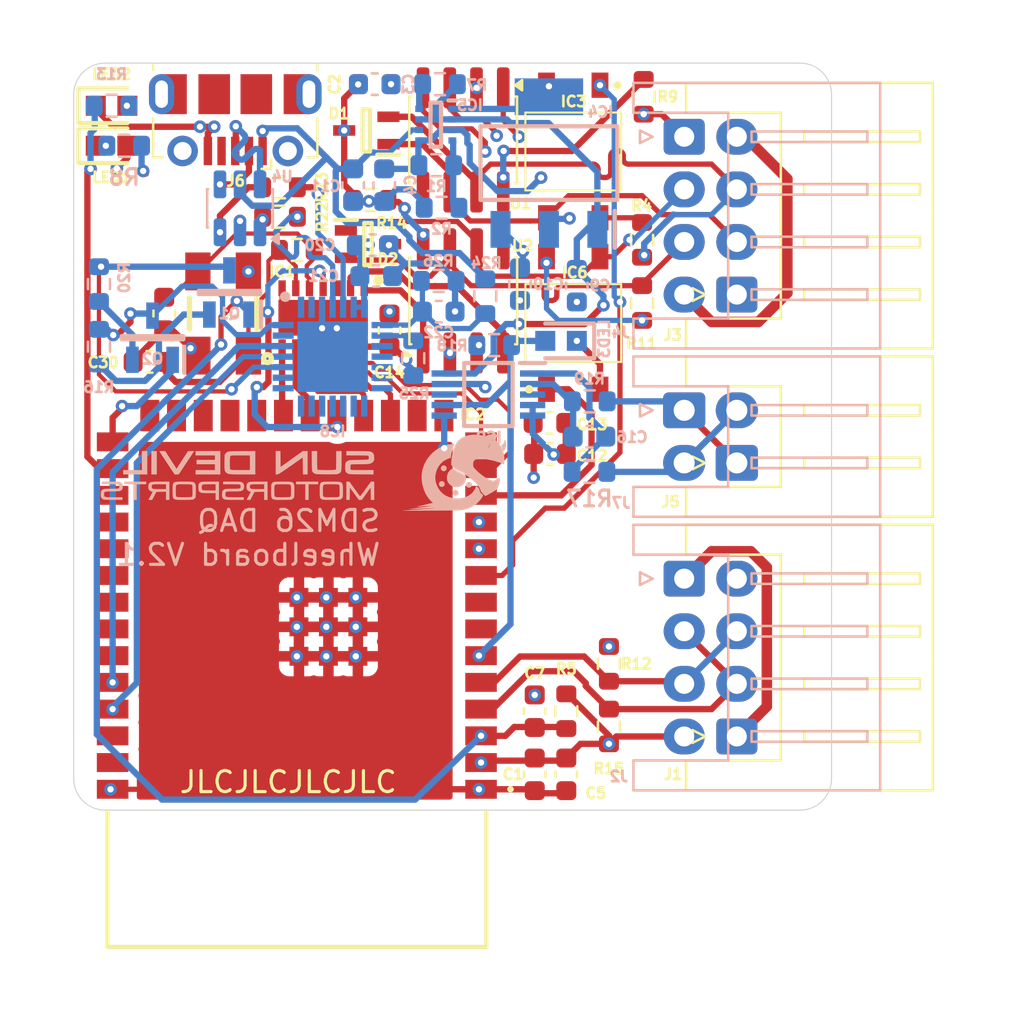
<source format=kicad_pcb>
(kicad_pcb (version 20241229) (generator "pcbnew") (generator_version "9.0")
  (layers (0 "F.Cu" signal) (4 "In1.Cu" signal) (6 "In2.Cu" signal) (2 "B.Cu" signal) (13 "F.Paste" user) (15 "B.Paste" user) (5 "F.SilkS" user "F.Silkscreen") (7 "B.SilkS" user "B.Silkscreen") (1 "F.Mask" user) (3 "B.Mask" user) (25 "Edge.Cuts" user))
  (net 0 "")
  (net 1 "+3.3V")
  (net 2 "GND")
  (net 3 "VCC")
  (net 4 "/CHIP_PU")
  (net 5 "+5V")
  (net 6 "VBUS")
  (net 7 "Net-(IC9-IN+)")
  (net 8 "Net-(IC9-IN-)")
  (net 9 "Net-(IC8-VBUS)")
  (net 10 "Net-(IC1-OSC2)")
  (net 11 "Net-(IC1-OSC1)")
  (net 12 "/CAN1-")
  (net 13 "/CAN1+")
  (net 14 "/CAN2+")
  (net 15 "/CAN2-")
  (net 16 "/CAN_2_INT")
  (net 17 "/I2C1_SDA")
  (net 18 "/UORXD")
  (net 21 "/CAN_2_INT1")
  (net 25 "/UOTXD")
  (net 26 "/USER_LED")
  (net 27 "/SPI_SCK")
  (net 28 "/SPI_MOSI")
  (net 35 "/CAN2_TERM")
  (net 37 "/CAN1_RTX")
  (net 38 "/I2C1_SCL")
  (net 39 "/HE_OUTPUT")
  (net 40 "/GPIO0")
  (net 41 "/CAN1_TERM")
  (net 43 "/CAN_2_INT0")
  (net 46 "/SPI_MISO")
  (net 47 "/CAN2_CS")
  (net 49 "/CAN1_CTX")
  (net 50 "Net-(IC3-Pad6)")
  (net 51 "Net-(IC5-PR1)")
  (net 52 "Net-(IC5-ST)")
  (net 53 "Net-(IC6-Pad6)")
  (net 63 "Net-(IC8-RSTB)")
  (net 64 "Net-(IC8-RTS)")
  (net 69 "/PROG_D+")
  (net 70 "/PROG_D-")
  (net 71 "Net-(IC8-DTR)")
  (net 78 "/WSPD-")
  (net 79 "/WSPD+")
  (net 80 "/USBM_D+")
  (net 82 "/USBM_D-")
  (net 91 "Net-(LED1-K)")
  (net 92 "Net-(LED2-A)")
  (net 93 "Net-(Q1-B)")
  (net 94 "Net-(Q2-B)")
  (net 95 "Net-(U1-Rs)")
  (net 96 "Net-(U2-Rs)")
  (net 97 "Net-(R22-Pad1)")
  (net 98 "Net-(R23-Pad2)")
  (net 100 "/CAN2_RTX")
  (net 102 "/CAN2_CTX")
  (footprint "Connector_USB:USB_Micro-B_Molex-105017-0001" (layer "F.Cu") (at 146.175 83.7125 180)
    (property "Reference" "J6")
    (property "Value" "ESP_USB")
  )
  (footprint "SDM_MiscFootprint:LEDC1608X80N" (layer "F.Cu") (at 140.3 84.926)
    (property "Reference" "LED1")
    (property "Value" "150060RS75000" (hide yes))
  )
  (footprint "Capacitor_SMD:C_0603_1608Metric" (layer "F.Cu") (at 153.5 93.7 90)
    (property "Reference" "C14")
    (property "Value" "100nF")
  )
  (footprint "Capacitor_SMD:C_0603_1608Metric" (layer "F.Cu") (at 161.1 98.1)
    (property "Reference" "C13")
    (property "Value" "100nF")
  )
  (footprint "SDM_MiscFootprint:SOT65P210X110-3N" (layer "F.Cu") (at 152.48 89.6)
    (property "Reference" "D2")
    (property "Value" "ESDCAN03-2BWY" (hide yes))
  )
  (footprint "Resistor_SMD:R_0603_1608Metric" (layer "F.Cu") (at 165.5 92.4 90)
    (property "Reference" "R11")
    (property "Value" "120")
  )
  (footprint "SDM_MiscFootprint:SOT65P210X110-3N" (layer "F.Cu") (at 152.4 84.2 180)
    (property "Reference" "D1")
    (property "Value" "ESDCAN03-2BWY" (hide yes))
  )
  (footprint "SDM_MiscFootprint:SON65P300X450X90-15L-D" (layer "F.Cu") (at 150.35 93.1 -90)
    (property "Reference" "IC1")
    (property "Value" "MCP2518FDT-H_QBB" (hide yes))
  )
  (footprint "Connector_JST:JST_XH_S4B-XH-A_1x04_P2.50mm_Horizontal" (layer "F.Cu") (at 170 113 90)
    (property "Reference" "J1")
    (property "Value" "Conn_01x04_Socket")
  )
  (footprint "Resistor_SMD:R_0603_1608Metric" (layer "F.Cu") (at 148.3 86.9 180)
    (property "Reference" "R23")
    (property "Value" "27")
  )
  (footprint "Resistor_SMD:R_0603_1608Metric" (layer "F.Cu") (at 165.575 82.6 90)
    (property "Reference" "R9")
    (property "Value" "10k")
  )
  (footprint "Capacitor_SMD:C_0603_1608Metric" (layer "F.Cu") (at 142.1 95.2 180)
    (property "Reference" "C30")
    (property "Value" "15pF")
  )
  (footprint "Resistor_SMD:R_0603_1608Metric" (layer "F.Cu") (at 148.3 88.3)
    (property "Reference" "R22")
    (property "Value" "27")
  )
  (footprint "SDM_MiscFootprint:ESP32S3WROOM1N8R8" (layer "F.Cu") (at 149.1 110.25 180)
    (property "Reference" "IC2")
    (property "Value" "ESP32-S3-WROOM-1-N8R8" (hide yes))
  )
  (footprint "SDM_MiscFootprint:TLP266J" (layer "F.Cu") (at 162.23 85.25 -90)
    (property "Reference" "IC3")
    (property "Value" "TLP175A_TPL,E" (hide yes))
  )
  (footprint "Connector_JST:JST_XH_S4B-XH-A_1x04_P2.50mm_Horizontal" (layer "F.Cu") (at 170 92 90)
    (property "Reference" "J3")
    (property "Value" "Conn_01x04_Socket")
  )
  (footprint "Resistor_SMD:R_0603_1608Metric" (layer "F.Cu") (at 161.9 111.8 -90)
    (property "Reference" "R5")
    (property "Value" "10k")
  )
  (footprint "SDM_MiscFootprint:TLP266J" (layer "F.Cu") (at 162.23 93.3 90)
    (property "Reference" "IC6")
    (property "Value" "TLP175A_TPL,E" (hide yes))
  )
  (footprint "Resistor_SMD:R_0603_1608Metric" (layer "F.Cu") (at 149.1 89.875 180)
    (property "Reference" "R55" (hide yes))
    (property "Value" "1M")
  )
  (footprint "Capacitor_SMD:C_0603_1608Metric" (layer "F.Cu") (at 160.4 114.8 -90)
    (property "Reference" "C1")
    (property "Value" "10uF")
  )
  (footprint "Capacitor_SMD:C_0603_1608Metric" (layer "F.Cu") (at 152.8 82 180)
    (property "Reference" "C2")
    (property "Value" "100nF")
  )
  (footprint "Resistor_SMD:R_0603_1608Metric" (layer "F.Cu") (at 163.925 109.55 90)
    (property "Reference" "R12")
    (property "Value" "2.2k")
  )
  (footprint "Capacitor_SMD:C_0603_1608Metric" (layer "F.Cu") (at 161.125 99.575)
    (property "Reference" "C12")
    (property "Value" "100nF")
  )
  (footprint "Capacitor_SMD:C_0603_1608Metric" (layer "F.Cu") (at 160.4 111.8 90)
    (property "Reference" "C7")
    (property "Value" "1uF")
  )
  (footprint "Connector_JST:JST_XH_S2B-XH-A_1x02_P2.50mm_Horizontal" (layer "F.Cu") (at 170 100 90)
    (property "Reference" "J5")
    (property "Value" "Conn_01x02_Socket")
  )
  (footprint "SDM_MiscFootprint:LEDC1608X80N" (layer "F.Cu") (at 140.3 83.026)
    (property "Reference" "LED2")
    (property "Value" "150060GS75000" (hide yes))
  )
  (footprint "SDM_MiscFootprint:ABM3B" (layer "F.Cu") (at 145.6 92.9 90)
    (property "Reference" "Y1" (hide yes))
    (property "Value" "ABM3B-20.000MHZ-10-1-U-T" (hide yes))
  )
  (footprint "MountingHole:MountingHole_3.2mm_M3" (layer "F.Cu") (at 142 88.5)
    (property "Reference" "H1" (hide yes))
    (property "Value" "M2")
  )
  (footprint "Package_SO:SOIC-8_3.9x4.9mm_P1.27mm" (layer "F.Cu") (at 157.005 92.3 90)
    (property "Reference" "U2")
    (property "Value" "SN65HVD230")
  )
  (footprint "Resistor_SMD:R_0603_1608Metric" (layer "F.Cu") (at 152.6 87.5)
    (property "Reference" "R14")
    (property "Value" "10k")
  )
  (footprint "Package_SO:SOIC-8_3.9x4.9mm_P1.27mm" (layer "F.Cu") (at 157 84.65 -90)
    (property "Reference" "U1")
    (property "Value" "SN65HVD230")
  )
  (footprint "Resistor_SMD:R_0603_1608Metric" (layer "F.Cu") (at 163.925 112.525 90)
    (property "Reference" "R15")
    (property "Value" "2.2k")
  )
  (footprint "Capacitor_SMD:C_0603_1608Metric" (layer "F.Cu") (at 161.9 114.8 -90)
    (property "Reference" "C5")
    (property "Value" "100nF")
  )
  (footprint "Capacitor_SMD:C_0603_1608Metric" (layer "F.Cu") (at 142.8 92.9 90)
    (property "Reference" "C29" (hide yes))
    (property "Value" "15pF")
  )
  (footprint "Resistor_SMD:R_0603_1608Metric" (layer "F.Cu") (at 165.5 89.4 -90)
    (property "Reference" "R4")
    (property "Value" "120")
  )
  (footprint "Resistor_SMD:R_0603_1608Metric" (layer "B.Cu") (at 140.9 84.926 180)
    (property "Reference" "R8")
    (property "Value" "68")
  )
  (footprint "SDM_MiscFootprint:QFN50P500X500X80-29N-D" (layer "B.Cu") (at 150.8 94.95 -90)
    (property "Reference" "IC8")
    (property "Value" "CP2102N-A02-GQFN28" (hide yes))
  )
  (footprint "Capacitor_SMD:C_0603_1608Metric" (layer "B.Cu") (at 151.775 86.8 90)
    (property "Reference" "C11")
    (property "Value" "1uF")
  )
  (footprint "Resistor_SMD:R_0603_1608Metric" (layer "B.Cu") (at 139.7 91.5 90)
    (property "Reference" "R20")
    (property "Value" "10k")
  )
  (footprint "SDM_MiscFootprint:SOP50P490X110-10L" (layer "B.Cu") (at 158.2 96.75 180)
    (property "Reference" "IC9")
    (property "Value" "MAX9924UAUB+" (hide yes))
  )
  (footprint "SDM_MiscFootprint:LEDC1608X80N" (layer "B.Cu") (at 161.65 94.2 180)
    (property "Reference" "LED3")
    (property "Value" "150060RS75000" (hide yes))
  )
  (footprint "Capacitor_SMD:C_0603_1608Metric" (layer "B.Cu") (at 152.7 89.65)
    (property "Reference" "C20")
    (property "Value" "4.7uF")
  )
  (footprint "Capacitor_SMD:C_0603_1608Metric" (layer "B.Cu") (at 155.84 92.81 180)
    (property "Reference" "C22")
    (property "Value" "1uF")
  )
  (footprint "Connector_JST:JST_XH_S4B-XH-A_1x04_P2.50mm_Horizontal" (layer "B.Cu") (at 167.5 105.5 -90)
    (property "Reference" "J2")
    (property "Value" "Conn_01x04_Socket")
  )
  (footprint "Resistor_SMD:R_0603_1608Metric" (layer "B.Cu") (at 140.3 83.026)
    (property "Reference" "R13")
    (property "Value" "5.05")
  )
  (footprint "MountingHole:MountingHole_3.2mm_M3" (layer "B.Cu") (at 162 105 180)
    (property "Reference" "H2" (hide yes))
    (property "Value" "M2")
  )
  (footprint "Connector_JST:JST_XH_S4B-XH-A_1x04_P2.50mm_Horizontal" (layer "B.Cu") (at 167.5 84.5 -90)
    (property "Reference" "J4")
    (property "Value" "Conn_01x04_Socket")
  )
  (footprint "Library:sdmlogo" (layer "B.Cu") (at 149 100.5 180)
    (property "Reference" "G***" (hide yes))
    (property "Value" "LOGO" (hide yes))
  )
  (footprint "Capacitor_SMD:C_0603_1608Metric" (layer "B.Cu") (at 163 98.75 180)
    (property "Reference" "C16")
    (property "Value" "1nF")
  )
  (footprint "Resistor_SMD:R_0603_1608Metric" (layer "B.Cu") (at 158.475 94.4)
    (property "Reference" "R18")
    (property "Value" "1k")
  )
  (footprint "Package_TO_SOT_SMD:SOT-23-6" (layer "B.Cu") (at 146.4 87.9 90)
    (property "Reference" "U4")
    (property "Value" "USBLC6-2SC6")
  )
  (footprint "Capacitor_SMD:C_0603_1608Metric" (layer "B.Cu") (at 159.7 91.5 90)
    (property "Reference" "C10")
    (property "Value" "10uF")
  )
  (footprint "Capacitor_SMD:C_0603_1608Metric" (layer "B.Cu") (at 152.87 91.12 180)
    (property "Reference" "C21")
    (property "Value" "100nF")
  )
  (footprint "Capacitor_SMD:C_0603_1608Metric" (layer "B.Cu") (at 162.4 91.575 90)
    (property "Reference" "C9")
    (property "Value" "10uF")
  )
  (footprint "Resistor_SMD:R_0603_1608Metric" (layer "B.Cu") (at 163.0125 97.075 180)
    (property "Reference" "R19")
    (property "Value" "10k")
  )
  (footprint "SDM_MiscFootprint:SOT230P700X180-4N" (layer "B.Cu") (at 161.075 85.75 90)
    (property "Reference" "IC4")
    (property "Value" "MIC37100-3.3WS" (hide yes))
  )
  (footprint "Connector_JST:JST_XH_S2B-XH-A_1x02_P2.50mm_Horizontal" (layer "B.Cu") (at 167.5 97.5 -90)
    (property "Reference" "J7")
    (property "Value" "Conn_01x02_Socket")
  )
  (footprint "Library:wheelyboi" (layer "B.Cu") (at 156.730877 100.605226 180)
    (property "Reference" "G***" (hide yes))
    (property "Value" "LOGO" (hide yes))
  )
  (footprint "Resistor_SMD:R_0603_1608Metric" (layer "B.Cu") (at 158.05 92.075 90)
    (property "Reference" "R24")
    (property "Value" "22.1K")
  )
  (footprint "Resistor_SMD:R_0603_1608Metric" (layer "B.Cu") (at 139.7 94.475 90)
    (property "Reference" "R16")
    (property "Value" "10k")
  )
  (footprint "Resistor_SMD:R_0603_1608Metric" (layer "B.Cu") (at 155.9 82)
    (property "Reference" "R7")
    (property "Value" "10k")
  )
  (footprint "Resistor_SMD:R_0603_1608Metric" (layer "B.Cu") (at 155.84 91.35)
    (property "Reference" "R26")
    (property "Value" "47.5k")
  )
  (footprint "Resistor_SMD:R_0603_1608Metric" (layer "B.Cu") (at 163 100.425 180)
    (property "Reference" "R17")
    (property "Value" "10k")
  )
  (footprint "Resistor_SMD:R_0603_1608Metric" (layer "B.Cu") (at 154.63 95.025 -90)
    (property "Reference" "R25")
    (property "Value" "1k")
  )
  (footprint "Resistor_SMD:R_0603_1608Metric" (layer "B.Cu") (at 155.975 87.875)
    (property "Reference" "R2")
    (property "Value" "10k")
  )
  (footprint "SDM_MiscFootprint:SOT96P237X111-3N" (layer "B.Cu") (at 142.245 94.05 90)
    (property "Reference" "Q2")
    (property "Value" "SOT96P237X111-3N" (hide yes))
  )
  (footprint "SDM_MiscFootprint:SOTFL50P160X60-8L" (layer "B.Cu") (at 155.7 83.925 180)
    (property "Reference" "IC5")
    (property "Value" "TPS2116DRLR" (hide yes))
  )
  (footprint "Resistor_SMD:R_0603_1608Metric" (layer "B.Cu") (at 155.725 85.85 180)
    (property "Reference" "R1")
    (property "Value" "10k")
  )
  (footprint "Capacitor_SMD:C_0603_1608Metric" (layer "B.Cu") (at 153.25 86.8 90)
    (property "Reference" "C4")
    (property "Value" "1uF")
  )
  (footprint "SDM_MiscFootprint:SOT96P237X111-3N" (layer "B.Cu") (at 145.9 91.9 90)
    (property "Reference" "Q1")
    (property "Value" "SOT96P237X111-3N" (hide yes))
  )
  (footprint "Capacitor_SMD:C_0603_1608Metric" (layer "B.Cu") (at 152.8 82 180)
    (property "Reference" "C3")
    (property "Value" "100nF")
  )
  (gr_line (start 138.5 115) (end 138.5 82.5) (stroke (width 0.05)) (layer "Edge.Cuts"))
  (gr_arc (start 140 116.5) (mid 138.93934 116.06066) (end 138.5 115) (stroke (width 0.05)) (layer "Edge.Cuts"))
  (gr_line (start 140 81) (end 173 81) (stroke (width 0.05)) (layer "Edge.Cuts"))
  (gr_arc (start 138.5 82.5) (mid 138.93934 81.43934) (end 140 81) (stroke (width 0.05)) (layer "Edge.Cuts"))
  (gr_line (start 174.5 82.5) (end 174.5 115) (stroke (width 0.05)) (layer "Edge.Cuts"))
  (gr_line (start 173 116.5) (end 140 116.5) (stroke (width 0.05)) (layer "Edge.Cuts"))
  (gr_arc (start 174.5 115) (mid 174.06066 116.06066) (end 173 116.5) (stroke (width 0.05)) (layer "Edge.Cuts"))
  (gr_arc (start 173 81) (mid 174.06066 81.43934) (end 174.5 82.5) (stroke (width 0.05)) (layer "Edge.Cuts"))
  (gr_text "JLCJLCJLCJLC" (at 143.45 115.75 0) (layer "F.SilkS") (effects (font (size 1 1)) (justify left bottom)))
  (gr_text "SDM26 DAQ\nWheelboard V2.1" (at 153.15 104.95 0) (layer "B.SilkS") (effects (font (size 1 1)) (justify left bottom mirror)))
  (segment (start 158.591043 84.316043) (end 157.948 83.673) (width 0.25) (layer "F.Cu") (net 1))
  (segment (start 157.94 114.15) (end 161.775 114.15) (width 0.3) (layer "F.Cu") (net 1))
  (segment (start 152.425 94.475) (end 152.3 94.6) (width 0.3) (layer "F.Cu") (net 1))
  (segment (start 153.5 94.475) (end 152.425 94.475) (width 0.3) (layer "F.Cu") (net 1))
  (segment (start 158.591043 84.448036) (end 158.591043 84.316043) (width 0.25) (layer "F.Cu") (net 1))
  (segment (start 157.85 114.24) (end 157.94 114.15) (width 0.3) (layer "F.Cu") (net 1))
  (segment (start 157.948 83.673) (end 156.888001 83.673) (width 0.25) (layer "F.Cu") (net 1))
  (segment (start 164.275 113) (end 163.925 113.35) (width 0.3) (layer "F.Cu") (net 1))
  (segment (start 160.325 98.1) (end 160.1 97.875) (width 0.3) (layer "F.Cu") (net 1))
  (segment (start 157.64 95.24) (end 157.64 94.775) (width 0.3) (layer "F.Cu") (net 1))
  (segment (start 153.5 94.475) (end 153.66564 94.475) (width 0.3) (layer "F.Cu") (net 1))
  (segment (start 141.05 85.5) (end 140.55 86) (width 0.3) (layer "F.Cu") (net 1))
  (segment (start 163.925 112.959774) (end 163.925 113.35) (width 0.3) (layer "F.Cu") (net 1))
  (segment (start 161.775 114.15) (end 162.575 113.35) (width 0.3) (layer "F.Cu") (net 1))
  (segment (start 162 110.9) (end 162 111.034774) (width 0.3) (layer "F.Cu") (net 1))
  (segment (start 153.66564 94.475) (end 154.28844 95.0978) (width 0.3) (layer "F.Cu") (net 1))
  (segment (start 157.641 94.4) (end 157.64 94.401) (width 0.3) (layer "F.Cu") (net 1))
  (segment (start 162 111.034774) (end 163.925 112.959774) (width 0.3) (layer "F.Cu") (net 1))
  (segment (start 160.375 99.575) (end 160.375 98.1) (width 0.3) (layer "F.Cu") (net 1))
  (segment (start 156.888001 83.673) (end 156.365 83.149999) (width 0.25) (layer "F.Cu") (net 1))
  (segment (start 141 85.126003) (end 141 84.826) (width 0.3) (layer "F.Cu") (net 1))
  (segment (start 157.64 94.401) (end 157.64 95.515) (width 0.3) (layer "F.Cu") (net 1))
  (segment (start 160.35 99.575) (end 160.35 100.7) (width 0.3) (layer "F.Cu") (net 1))
  (segment (start 167.5 113) (end 164.275 113) (width 0.3) (layer "F.Cu") (net 1))
  (segment (start 156.365 83.149999) (end 156.365 82.175) (width 0.25) (layer "F.Cu") (net 1))
  (segment (start 162.575 113.35) (end 163.925 113.35) (width 0.3) (layer "F.Cu") (net 1))
  (segment (start 141.05 84.926) (end 141.05 85.5) (width 0.3) (layer "F.Cu") (net 1))
  (via (at 159.836793 89.936793) (size 0.6) (drill 0.3) (layers "F.Cu" "B.Cu") (net 1))
  (via (at 152.504998 89.630186) (size 0.6) (drill 0.3) (layers "F.Cu" "B.Cu") (net 1))
  (via (at 154.28844 95.0978) (size 0.6) (drill 0.3) (layers "F.Cu" "B.Cu") (net 1))
  (via (at 163.925 108.725) (size 0.6) (drill 0.3) (layers "F.Cu" "B.Cu") (net 1))
  (via (at 158.591043 84.448036) (size 0.6) (drill 0.3) (layers "F.Cu" "B.Cu") (net 1))
  (via (at 157.85 114.24) (size 0.6) (drill 0.3) (layers "F.Cu" "B.Cu") (net 1))
  (via (at 153.575 82) (size 0.6) (drill 0.3) (layers "F.Cu" "B.Cu") (net 1))
  (via (at 163.925 113.35) (size 0.6) (drill 0.3) (layers "F.Cu" "B.Cu") (net 1))
  (via (at 157.75 94.4) (size 0.6) (drill 0.3) (layers "F.Cu" "B.Cu") (net 1))
  (via (at 140.55 86) (size 0.6) (drill 0.3) (layers "F.Cu" "B.Cu") (net 1))
  (via (at 160.35 100.7) (size 0.6) (drill 0.3) (layers "F.Cu" "B.Cu") (net 1))
  (segment (start 152.485184 89.65) (end 152.504998 89.630186) (width 0.3) (layer "B.Cu") (net 1))
  (segment (start 152.3 91.325) (end 152.095 91.12) (width 0.25) (layer "B.Cu") (net 1))
  (segment (start 152.095 91.12) (end 152.095 89.82) (width 0.25) (layer "B.Cu") (net 1))
  (segment (start 154.73 95.75) (end 154.63 95.85) (width 0.3) (layer "B.Cu") (net 1))
  (segment (start 152.3 92.6) (end 152.3 91.325) (width 0.25) (layer "B.Cu") (net 1))
  (segment (start 158.8 88.9) (end 159.836793 89.936793) (width 0.3) (layer "B.Cu") (net 1))
  (segment (start 157.641 94.4) (end 157.65 94.4) (width 0.25) (layer "B.Cu") (net 1))
  (segment (start 151.8 92.6) (end 152.3 92.6) (width 0.25) (layer "B.Cu") (net 1))
  (segment (start 158.775 88.4) (end 158.775 88.85) (width 0.3) (layer "B.Cu") (net 1))
  (segment (start 154.63 95.85) (end 154.63 95.605) (width 0.3) (layer "B.Cu") (net 1))
  (segment (start 159.836793 89.936793) (end 159.836793 90.588207) (width 0.3) (layer "B.Cu") (net 1))
  (segment (start 157.75 94.4) (end 157.65 94.4) (width 0.3) (layer "B.Cu") (net 1))
  (segment (start 151.925 89.65) (end 152.485184 89.65) (width 0.3) (layer "B.Cu") (net 1))
  (segment (start 157.65 94.4) (end 157.399 94.149) (width 0.3) (layer "B.Cu") (net 1))
  (segment (start 157.809774 94.4) (end 157.75 94.4) (width 0.3) (layer "B.Cu") (net 1))
  (segment (start 159.836793 90.588207) (end 159.7 90.725) (width 0.3) (layer "B.Cu") (net 1))
  (segment (start 154.63 95.605) (end 154.3 95.275) (width 0.3) (layer "B.Cu") (net 1))
  (segment (start 158.775 88.9) (end 158.8 88.9) (width 0.3) (layer "B.Cu") (net 1))
  (segment (start 144.875 85.175) (end 144.875 84.323621) (width 0.3) (layer "F.Cu") (net 2))
  (segment (start 143.175 93.675) (end 144.05 94.55) (width 0.3) (layer "F.Cu") (net 2))
  (segment (start 144.875 85.65) (end 144.875 85.175) (width 0.3) (layer "F.Cu") (net 2))
  (segment (start 156.01 115.51) (end 156 115.5) (width 0.3) (layer "F.Cu") (net 2))
  (segment (start 153.5 92.799998) (end 153.5 92.925) (width 0.25) (layer "F.Cu") (net 2))
  (segment (start 140.25 115.51) (end 141.99 115.51) (width 0.25) (layer "F.Cu") (net 2))
  (segment (start 168.801 104.199) (end 170.663892 104.199) (width 0.5) (layer "F.Cu") (net 2))
  (segment (start 160.11 115.51) (end 160.3 115.7) (width 0.3) (layer "F.Cu") (net 2))
  (segment (start 170.663892 104.199) (end 171.426 104.961108) (width 0.5) (layer "F.Cu") (net 2))
  (segment (start 151.775 87.5) (end 151.775 87.2) (width 0.3) (layer "F.Cu") (net 2))
  (segment (start 167.5 105.5) (end 168.801 104.199) (width 0.5) (layer "F.Cu") (net 2))
  (segment (start 151.35 84.2) (end 151.35 82.675) (width 0.3) (layer "F.Cu") (net 2))
  (segment (start 163.5 95.3) (end 162.4 94.2) (width 0.3) (layer "F.Cu") (net 2))
  (segment (start 160.3 115.7) (end 161.775 115.7) (width 0.3) (layer "F.Cu") (net 2))
  (segment (start 144.05 94.55) (end 144.4 94.9) (width 0.3) (layer "F.Cu") (net 2))
  (segment (start 144.5 84.022759) (end 140.394759 84.022759) (width 0.3) (layer "F.Cu") (net 2))
  (segment (start 151.775 87.2) (end 151.35 86.775) (width 0.3) (layer "F.Cu") (net 2))
  (segment (start 151 93.6) (end 149.748002 93.600002) (width 0.25) (layer "F.Cu") (net 2))
  (segment (start 151.35 84.2) (end 151.35 86.775) (width 0.3) (layer "F.Cu") (net 2))
  (segment (start 141.325 95.2) (end 141.325 95.15) (width 0.3) (layer "F.Cu") (net 2))
  (segment (start 148.4 92.252) (end 148.4 91.7) (width 0.25) (layer "F.Cu") (net 2))
  (segment (start 144.875 84.323621) (end 145.175862 84.022759) (width 0.3) (layer "F.Cu") (net 2))
  (segment (start 142 115.5) (end 141.99 115.51) (width 0.25) (layer "F.Cu") (net 2))
  (segment (start 157.75 115.51) (end 160.11 115.51) (width 0.3) (layer "F.Cu") (net 2))
  (segment (start 171.426 111.574) (end 170 113) (width 0.5) (layer "F.Cu") (net 2))
  (segment (start 161.875 98.1) (end 161.875 99.55) (width 0.3) (layer "F.Cu") (net 2))
  (segment (start 166.425 83.425) (end 167.5 84.5) (width 0.3) (layer "F.Cu") (net 2))
  (segment (start 145.175862 84.022759) (end 144.5 84.022759) (width 0.3) (layer "F.Cu") (net 2))
  (segment (start 163.5 96.5) (end 163.5 95.3) (width 0.3) (layer "F.Cu") (net 2))
  (segment (start 140.394759 84.022759) (end 139.55 83.178) (width 0.3) (layer "F.Cu") (net 2))
  (segment (start 171.426 104.961108) (end 171.426 111.574) (width 0.5) (layer "F.Cu") (net 2))
  (segment (start 161.325 99.575) (end 161.3 99.6) (width 0.3) (layer "F.Cu") (net 2))
  (segment (start 141.325 95.15) (end 142.8 93.675) (width 0.3) (layer "F.Cu") (net 2))
  (segment (start 141.8 86.126) (end 141.925 86.251) (width 0.3) (layer "F.Cu") (net 2))
  (segment (start 139.55 83.178) (end 139.55 83.026) (width 0.3) (layer "F.Cu") (net 2))
  (segment (start 161.875 99.55) (end 161.9 99.575) (width 0.3) (layer "F.Cu") (net 2))
  (segment (start 165.575 83.425) (end 166.425 83.425) (width 0.3) (layer "F.Cu") (net 2))
  (segment (start 149.748002 93.600002) (end 148.4 92.252) (width 0.25) (layer "F.Cu") (net 2))
  (segment (start 157.75 115.51) (end 156.01 115.51) (width 0.3) (layer "F.Cu") (net 2))
  (segment (start 151.35 82.675) (end 152.0125 82.0125) (width 0.3) (layer "F.Cu") (net 2))
  (segment (start 152.0125 82.0125) (end 152.025 82) (width 0.3) (layer "F.Cu") (net 2))
  (segment (start 161.9 99.575) (end 161.325 99.575) (width 0.3) (layer "F.Cu") (net 2))
  (segment (start 142.8 93.675) (end 143.175 93.675) (width 0.3) (layer "F.Cu") (net 2))
  (via (at 165.575 83.425) (size 0.6) (drill 0.3) (layers "F.Cu" "B.Cu") (net 2))
  (via (at 151.9 106.39) (size 0.6) (drill 0.3) (layers "F.Cu" "B.Cu") (net 2))
  (via (at 150.5 106.39) (size 0.6) (drill 0.3) (layers "F.Cu" "B.Cu") (net 2))
  (via (at 157.75 115.51) (size 0.6) (drill 0.3) (layers "F.Cu" "B.Cu") (net 2))
  (via (at 162.05 88.375) (size 0.6) (drill 0.3) (layers "F.Cu" "B.Cu") (net 2))
  (via (at 162.4 94.2) (size 0.6) (drill 0.3) (layers "F.Cu" "B.Cu") (net 2))
  (via (at 156.1 99.3) (size 0.6) (drill 0.3) (layers "F.Cu" "B.Cu") (net 2))
  (via (at 140.25 115.51) (size 0.6) (drill 0.3) (layers "F.Cu" "B.Cu") (net 2))
  (via (at 151 93.6) (size 0.6) (drill 0.3) (layers "F.Cu" "B.Cu") (net 2))
  (via (at 157.635 82.175) (size 0.6) (drill 0.3) (layers "F.Cu" "B.Cu") (net 2))
  (via (at 150.3 93.6) (size 0.6) (drill 0.3) (layers "F.Cu" "B.Cu") (net 2))
  (via (at 151.9 107.79) (size 0.6) (drill 0.3) (layers "F.Cu" "B.Cu") (net 2))
  (via (at 150.5 107.79) (size 0.6) (drill 0.3) (layers "F.Cu" "B.Cu") (net 2))
  (via (at 152.0125 82.0125) (size 0.6) (drill 0.3) (layers "F.Cu" "B.Cu") (net 2))
  (via (at 156.37 94.775) (size 0.6) (drill 0.3) (layers "F.Cu" "B.Cu") (net 2))
  (via (at 149.1 106.39) (size 0.6) (drill 0.3) (layers "F.Cu" "B.Cu") (net 2))
  (via (at 156.615 92.8) (size 0.6) (drill 0.3) (layers "F.Cu" "B.Cu") (net 2))
  (via (at 160.4 111.025) (size 0.6) (drill 0.3) (layers "F.Cu" "B.Cu") (net 2))
  (via (at 153.475 89.65) (size 0.6) (drill 0.3) (layers "F.Cu" "B.Cu") (net 2))
  (via (at 151.35 84.2) (size 0.6) (drill 0.3) (layers "F.Cu" "B.Cu") (net 2))
  (via (at 144.5 84.022759) (size 0.6) (drill 0.3) (layers "F.Cu" "B.Cu") (net 2))
  (via (at 162.4 92.35) (size 0.6) (drill 0.3) (layers "F.Cu" "B.Cu") (net 2))
  (via (at 149.1 109.19) (size 0.6) (drill 0.3) (layers "F.Cu" "B.Cu") (net 2))
  (via (at 158.05 96.394905) (size 0.6) (drill 0.3) (layers "F.Cu" "B.Cu") (net 2))
  (via (at 159.7 92.275) (size 0.6) (drill 0.3) (layers "F.Cu" "B.Cu") (net 2))
  (via (at 144.05 94.55) (size 0.6) (drill 0.3) (layers "F.Cu" "B.Cu") (net 2))
  (via (at 153.5 92.799998) (size 0.6) (drill 0.3) (layers "F.Cu" "B.Cu") (net 2))
  (via (at 141.8 86.126) (size 0.6) (drill 0.3) (layers "F.Cu" "B.Cu") (net 2))
  (via (at 150.5 109.19) (size 0.6) (drill 0.3) (layers "F.Cu" "B.Cu") (net 2))
  (via (at 152.525 87.565093) (size 0.6) (drill 0.3) (layers "F.Cu" "B.Cu") (net 2))
  (via (at 161.3 99.6) (size 0.6) (drill 0.3) (layers "F.Cu" "B.Cu") (net 2))
  (via (at 146.8 90.9) (size 0.6) (drill 0.3) (layers "F.Cu" "B.Cu") (net 2))
  (via (at 145.175862 84.022759) (size 0.6) (drill 0.3) (layers "F.Cu" "B.Cu") (net 2))
  (via (at 151.9 109.19) (size 0.6) (drill 0.3) (layers "F.Cu" "B.Cu") (net 2))
  (via (at 146.4 88.5) (size 0.6) (drill 0.3) (layers "F.Cu" "B.Cu") (net 2))
  (via (at 161.075 82.1) (size 0.6) (drill 0.3) (layers "F.Cu" "B.Cu") (net 2))
  (via (at 149.1 107.79) (size 0.6) (drill 0.3) (layers "F.Cu" "B.Cu") (net 2))
  (segment (start 160.3 97.25) (end 160.3 97.75) (width 0.3) (layer "B.Cu") (net 2))
  (segment (start 156.1 96.25) (end 157.905095 96.25) (width 0.3) (layer "B.Cu") (net 2))
  (segment (start 152.515093 87.575) (end 152.525 87.565093) (width 0.3) (layer "B.Cu") (net 2))
  (segment (start 156.665 91.35) (end 155.839 90.524) (width 0.3) (layer "B.Cu") (net 2))
  (segment (start 155.15 87.65) (end 155.15 87.875) (width 0.3) (layer "B.Cu") (net 2))
  (segment (start 160.3 98.6) (end 161.3 99.6) (width 0.3) (layer "B.Cu") (net 2))
  (segment (start 146.4 89.0375) (end 146.4 88.5) (width 0.3) (layer "B.Cu") (net 2))
  (segment (start 154.241 90.524) (end 153.475 89.758) (width 0.3) (layer "B.Cu") (net 2))
  (segment (start 150.3 92.6) (end 150.3 93.7) (width 0.3) (layer "B.Cu") (net 2))
  (segment (start 154.241 90.524) (end 153.645 91.12) (width 0.3) (layer "B.Cu") (net 2))
  (segment (start 155.839 90.524) (end 154.241 90.524) (width 0.3) (layer "B.Cu") (net 2))
  (segment (start 156.615 91.4) (end 156.665 91.35) (width 0.3) (layer "B.Cu") (net 2))
  (segment (start 156.1 97.75) (end 156.1 99.3) (width 0.3) (layer "B.Cu") (net 2))
  (segment (start 141.725 84.926) (end 141.725 86.051) (width 0.3) (layer "B.Cu") (net 2))
  (segment (start 156.615 92.81) (end 156.615 92.8) (width 0.3) (layer "B.Cu") (net 2))
  (segment (start 154.5 87) (end 155.15 87.65) (width 0.3) (layer "B.Cu") (net 2))
  (segment (start 157.905095 96.25) (end 158.05 96.394905) (width 0.3) (layer "B.Cu") (net 2))
  (segment (start 162.025 88.4) (end 162.05 88.375) (width 0.3) (layer "B.Cu") (net 2))
  (segment (start 150.3 94.45) (end 150.8 94.95) (width 0.3) (layer "B.Cu") (net 2))
  (segment (start 150.3 93.7) (end 150.3 94.45) (width 0.3) (layer "B.Cu") (net 2))
  (segment (start 153.475 89.758) (end 153.475 89.65) (width 0.3) (layer "B.Cu") (net 2))
  (segment (start 156.488 83.175) (end 160 83.175) (width 0.3) (layer "B.Cu") (net 2))
  (segment (start 160.3 97.75) (end 160.3 98.6) (width 0.3) (layer "B.Cu") (net 2))
  (segment (start 156.615 92.8) (end 156.615 91.4) (width 0.3) (layer "B.Cu") (net 2))
  (segment (start 153.25 87.575) (end 152.25 87.575) (width 0.3) (layer "B.Cu") (net 2))
  (segment (start 151.775 87.575) (end 152.515093 87.575) (width 0.3) (layer "B.Cu") (net 2))
  (segment (start 153.25 87.575) (end 153.825 87) (width 0.3) (layer "B.Cu") (net 2))
  (segment (start 141.725 86.051) (end 141.8 86.126) (width 0.3) (layer "B.Cu") (net 2))
  (segment (start 152.25 87.575) (end 152.2 87.625) (width 0.3) (layer "B.Cu") (net 2))
  (segment (start 160 83.175) (end 161.075 82.1) (width 0.3) (layer "B.Cu") (net 2))
  (segment (start 161.075 88.4) (end 162.025 88.4) (width 0.3) (layer "B.Cu") (net 2))
  (segment (start 153.825 87) (end 154.5 87) (width 0.3) (layer "B.Cu") (net 2))
  (segment (start 167.5 92) (end 168.801 93.301) (width 0.5) (layer "F.Cu") (net 3))
  (segment (start 168.801 93.301) (end 171.022292 93.301) (width 0.5) (layer "F.Cu") (net 3))
  (segment (start 171.022292 93.301) (end 172.4 91.923292) (width 0.5) (layer "F.Cu") (net 3))
  (segment (start 172.4 86.5) (end 170.4 84.5) (width 0.5) (layer "F.Cu") (net 3))
  (segment (start 170.4 84.5) (end 170 84.5) (width 0.5) (layer "F.Cu") (net 3))
  (segment (start 172.4 91.923292) (end 172.4 86.5) (width 0.5) (layer "F.Cu") (net 3))
  (via (at 160.7 86.44) (size 0.6) (drill 0.3) (layers "F.Cu" "B.Cu") (net 3))
  (segment (start 160.059 87.081) (end 160.7 86.44) (width 0.3) (layer "B.Cu") (net 3))
  (segment (start 154.875 85.875) (end 154.875 84.712) (width 0.3) (layer "B.Cu") (net 3))
  (segment (start 158.635346 87.081) (end 160.059 87.081) (width 0.3) (layer "B.Cu") (net 3))
  (segment (start 155.4515 84.675) (end 154.912 84.675) (width 0.3) (layer "B.Cu") (net 3))
  (segment (start 157.31 84.91) (end 157.31 85.755654) (width 0.3) (layer "B.Cu") (net 3))
  (segment (start 156.488 84.175) (end 156.950997 84.175) (width 0.3) (layer "B.Cu") (net 3))
  (segment (start 157.31 85.755654) (end 158.635346 87.081) (width 0.3) (layer "B.Cu") (net 3))
  (segment (start 157.2 84.424003) (end 157.2 84.8) (width 0.3) (layer "B.Cu") (net 3))
  (segment (start 154.725 86.025) (end 154.9 85.85) (width 0.3) (layer "B.Cu") (net 3))
  (segment (start 156.950997 84.175) (end 157.2 84.424003) (width 0.3) (layer "B.Cu") (net 3))
  (segment (start 155.9515 84.175) (end 155.4515 84.675) (width 0.3) (layer "B.Cu") (net 3))
  (segment (start 154.875 84.712) (end 154.912 84.675) (width 0.3) (layer "B.Cu") (net 3))
  (segment (start 153.25 86.025) (end 154.725 86.025) (width 0.3) (layer "B.Cu") (net 3))
  (segment (start 157.2 84.8) (end 157.31 84.91) (width 0.3) (layer "B.Cu") (net 3))
  (segment (start 156.488 84.175) (end 155.9515 84.175) (width 0.3) (layer "B.Cu") (net 3))
  (segment (start 157.85 112.97) (end 159.005 112.97) (width 0.3) (layer "F.Cu") (net 4))
  (segment (start 161.725 112.725) (end 161.775 112.775) (width 0.3) (layer "F.Cu") (net 4))
  (segment (start 146.25 92.300002) (end 145.5 93.050002) (width 0.25) (layer "F.Cu") (net 4))
  (segment (start 159.425 112.55) (end 162 112.55) (width 0.3) (layer "F.Cu") (net 4))
  (segment (start 145.5 93.050002) (end 145.5 94.37224) (width 0.25) (layer "F.Cu") (net 4))
  (segment (start 159.005 112.97) (end 159.425 112.55) (width 0.3) (layer "F.Cu") (net 4))
  (via (at 145.5 94.37224) (size 0.6) (drill 0.3) (layers "F.Cu" "B.Cu") (net 4))
  (via (at 146.25 92.300002) (size 0.6) (drill 0.3) (layers "F.Cu" "B.Cu") (net 4))
  (via (at 157.85 112.97) (size 0.6) (drill 0.3) (layers "F.Cu" "B.Cu") (net 4))
  (segment (start 139.6 112.9) (end 139.6 100.3) (width 0.3) (layer "B.Cu") (net 4))
  (segment (start 146.855 92.905002) (end 146.25 92.300002) (width 0.25) (layer "B.Cu") (net 4))
  (segment (start 145.5 94.4) (end 145.5 94.37224) (width 0.3) (layer "B.Cu") (net 4))
  (segment (start 157.85 112.97) (end 154.72 116) (width 0.3) (layer "B.Cu") (net 4))
  (segment (start 146.855 92.95) (end 146.855 92.905002) (width 0.25) (layer "B.Cu") (net 4))
  (segment (start 154.72 116) (end 142.7 116) (width 0.3) (layer "B.Cu") (net 4))
  (segment (start 142.7 116) (end 139.6 112.9) (width 0.3) (layer "B.Cu") (net 4))
  (segment (start 139.6 100.3) (end 145.5 94.4) (width 0.3) (layer "B.Cu") (net 4))
  (segment (start 163.665533 92.506893) (end 162.772426 93.4) (width 0.3) (layer "F.Cu") (net 5))
  (segment (start 159.7 93.4) (end 159.65 93.4) (width 0.3) (layer "F.Cu") (net 5))
  (segment (start 162.772426 93.4) (end 159.7 93.4) (width 0.3) (layer "F.Cu") (net 5))
  (via (at 163.665533 92.506893) (size 0.6) (drill 0.3) (layers "F.Cu" "B.Cu") (net 5))
  (via (at 159.65 93.4) (size 0.6) (drill 0.3) (layers "F.Cu" "B.Cu") (net 5))
  (segment (start 162.4 89.375) (end 162.4 90.8) (width 0.3) (layer "B.Cu") (net 5))
  (segment (start 162.4 90.8) (end 163.665533 92.065533) (width 0.3) (layer "B.Cu") (net 5))
  (segment (start 158.45 94.859774) (end 157.559774 95.75) (width 0.3) (layer "B.Cu") (net 5))
  (segment (start 156.488 83.675) (end 155.7 83.675) (width 0.3) (layer "B.Cu") (net 5))
  (segment (start 156.488 83.675) (end 159.075 83.675) (width 0.3) (layer "B.Cu") (net 5))
  (segment (start 156.725 82) (end 155.7 83.025) (width 0.3) (layer "B.Cu") (net 5))
  (segment (start 155.7 83.675) (end 154.912 83.675) (width 0.3) (layer "B.Cu") (net 5))
  (segment (start 159.040226 93.4) (end 158.45 93.990226) (width 0.3) (layer "B.Cu") (net 5))
  (segment (start 159.075 83.675) (end 159.249 83.849) (width 0.3) (layer "B.Cu") (net 5))
  (segment (start 163.375 86.175) (end 163.375 88.4) (width 0.3) (layer "B.Cu") (net 5))
  (segment (start 155.7 83.025) (end 155.7 83.675) (width 0.3) (layer "B.Cu") (net 5))
  (segment (start 158.45 93.990226) (end 158.45 94.859774) (width 0.3) (layer "B.Cu") (net 5))
  (segment (start 163.665533 92.065533) (end 163.665533 92.506893) (width 0.3) (layer "B.Cu") (net 5))
  (segment (start 161.049 83.849) (end 163.375 86.175) (width 0.3) (layer "B.Cu") (net 5))
  (segment (start 157.559774 95.75) (end 156.1 95.75) (width 0.3) (layer "B.Cu") (net 5))
  (segment (start 163.375 88.4) (end 162.4 89.375) (width 0.3) (layer "B.Cu") (net 5))
  (segment (start 159.65 93.4) (end 159.040226 93.4) (width 0.3) (layer "B.Cu") (net 5))
  (segment (start 159.249 83.849) (end 161.049 83.849) (width 0.3) (layer "B.Cu") (net 5))
  (segment (start 156.725 81.8) (end 156.5 81.8) (width 0.3) (layer "B.Cu") (net 5))
  (segment (start 147.475 85.175) (end 147.475 84.225) (width 0.3) (layer "F.Cu") (net 6))
  (via (at 147.475 84.225) (size 0.6) (drill 0.3) (layers "F.Cu" "B.Cu") (net 6))
  (segment (start 154.449 89.253261) (end 154.449 89.418654) (width 0.3) (layer "B.Cu") (net 6))
  (segment (start 148.224 87.776) (end 150.510847 85.489153) (width 0.3) (layer "B.Cu") (net 6))
  (segment (start 151.775 86.025) (end 152.551 85.249) (width 0.3) (layer "B.Cu") (net 6))
  (segment (start 151.046694 86.025) (end 151.775 86.025) (width 0.3) (layer "B.Cu") (net 6))
  (segment (start 146.4 86.7625) (end 146.4 87.187678) (width 0.3) (layer "B.Cu") (net 6))
  (segment (start 153.795739 88.6) (end 154.449 89.253261) (width 0.3) (layer "B.Cu") (net 6))
  (segment (start 150.949 88.044822) (end 151.504178 88.6) (width 0.3) (layer "B.Cu") (net 6))
  (segment (start 154.574418 84.175) (end 154.912 84.175) (width 0.25) (layer "B.Cu") (net 6))
  (segment (start 147.475 84.225) (end 147.601 84.099) (width 0.3) (layer "B.Cu") (net 6))
  (segment (start 154.45 89.42107) (end 155.05193 90.023) (width 0.3) (layer "B.Cu") (net 6))
  (segment (start 147.601 84.099) (end 149.120694 84.099) (width 0.3) (layer "B.Cu") (net 6))
  (segment (start 149.120694 84.099) (end 150.510847 85.489153) (width 0.3) (layer "B.Cu") (net 6))
  (segment (start 151.046694 86.025) (end 150.949 86.122694) (width 0.3) (layer "B.Cu") (net 6))
  (segment (start 154.449 89.418654) (end 154.45 89.419654) (width 0.3) (layer "B.Cu") (net 6))
  (segment (start 156.823 90.023) (end 158.05 91.25) (width 0.3) (layer "B.Cu") (net 6))
  (segment (start 150.510847 85.489153) (end 151.046694 86.025) (width 0.3) (layer "B.Cu") (net 6))
  (segment (start 146.988322 87.776) (end 148.224 87.776) (width 0.3) (layer "B.Cu") (net 6))
  (segment (start 154.45 89.419654) (end 154.45 89.42107) (width 0.3) (layer "B.Cu") (net 6))
  (segment (start 152.551 85.249) (end 152.765534 85.249) (width 0.3) (layer "B.Cu") (net 6))
  (segment (start 151.504178 88.6) (end 153.795739 88.6) (width 0.3) (layer "B.Cu") (net 6))
  (segment (start 146.4 87.187678) (end 146.988322 87.776) (width 0.3) (layer "B.Cu") (net 6))
  (segment (start 150.949 86.122694) (end 150.949 88.044822) (width 0.3) (layer "B.Cu") (net 6))
  (segment (start 153.500418 85.249) (end 154.574418 84.175) (width 0.25) (layer "B.Cu") (net 6))
  (segment (start 155.05193 90.023) (end 156.823 90.023) (width 0.3) (layer "B.Cu") (net 6))
  (segment (start 152.765534 85.249) (end 153.500418 85.249) (width 0.25) (layer "B.Cu") (net 6))
  (segment (start 163 96.40563) (end 162.34437 95.75) (width 0.3) (layer "B.Cu") (net 7))
  (segment (start 163.775 98.75) (end 163.775 98.625) (width 0.3) (layer "B.Cu") (net 7))
  (segment (start 162.1 100.425) (end 163.775 98.75) (width 0.3) (layer "B.Cu") (net 7))
  (segment (start 163.775 98.625) (end 163 97.85) (width 0.3) (layer "B.Cu") (net 7))
  (segment (start 162.34437 95.75) (end 160.3 95.75) (width 0.3) (layer "B.Cu") (net 7))
  (segment (start 163 97.85) (end 163 96.40563) (width 0.3) (layer "B.Cu") (net 7))
  (segment (start 162.0875 100.425) (end 162.1 100.425) (width 0.3) (layer "B.Cu") (net 7))
  (segment (start 162.225 97.2) (end 162.1 97.075) (width 0.3) (layer "B.Cu") (net 8))
  (segment (start 161.275 96.25) (end 162.1 97.075) (width 0.3) (layer "B.Cu") (net 8))
  (segment (start 162.225 98.75) (end 162.225 98.725) (width 0.3) (layer "B.Cu") (net 8))
  (segment (start 162.225 98.725) (end 162.375 98.575) (width 0.3) (layer "B.Cu") (net 8))
  (segment (start 160.3 96.25) (end 161.275 96.25) (width 0.3) (layer "B.Cu") (net 8))
  (segment (start 162.225 98.75) (end 162.225 97.2) (width 0.3) (layer "B.Cu") (net 8))
  (segment (start 155.065 92.81) (end 155.065 91.4) (width 0.25) (layer "B.Cu") (net 9))
  (segment (start 155.065 91.4) (end 155.015 91.35) (width 0.25) (layer "B.Cu") (net 9))
  (segment (start 155.065 92.81) (end 155.866 93.611) (width 0.25) (layer "B.Cu") (net 9))
  (segment (start 157.339 93.611) (end 158.05 92.9) (width 0.25) (layer "B.Cu") (net 9))
  (segment (start 155.866 93.611) (end 157.339 93.611) (width 0.25) (layer "B.Cu") (net 9))
  (segment (start 155.015 91.35) (end 155.015 91.02) (width 0.25) (layer "B.Cu") (net 9))
  (segment (start 155.065 92.81) (end 154.425 93.45) (width 0.25) (layer "B.Cu") (net 9))
  (segment (start 154.425 93.45) (end 153.15 93.45) (width 0.25) (layer "B.Cu") (net 9))
  (segment (start 149.574 91.123943) (end 149.574 90.626057) (width 0.2) (layer "F.Cu") (net 10))
  (segment (start 149.925 90.275057) (end 149.925 89.875) (width 0.2) (layer "F.Cu") (net 10))
  (segment (start 149.125 89.1) (end 146.237443 89.1) (width 0.2) (layer "F.Cu") (net 10))
  (segment (start 149.574 90.626057) (end 149.925 90.275057) (width 0.2) (layer "F.Cu") (net 10))
  (segment (start 144.437443 90.9) (end 144.4 90.9) (width 0.2) (layer "F.Cu") (net 10))
  (segment (start 144.4 90.9) (end 144.025 90.9) (width 0.3) (layer "F.Cu") (net 10))
  (segment (start 142.8 92.125) (end 143.175 92.125) (width 0.2) (layer "F.Cu") (net 10))
  (segment (start 149.7 91.7) (end 149.7 91.249943) (width 0.2) (layer "F.Cu") (net 10))
  (segment (start 149.7 91.249943) (end 149.574 91.123943) (width 0.2) (layer "F.Cu") (net 10))
  (segment (start 144.4 90.9) (end 144.508154 90.9) (width 0.3) (layer "F.Cu") (net 10))
  (segment (start 149.925 89.9) (end 149.125 89.1) (width 0.2) (layer "F.Cu") (net 10))
  (segment (start 146.237443 89.1) (end 144.437443 90.9) (width 0.2) (layer "F.Cu") (net 10))
  (segment (start 143.175 92.125) (end 144.4 90.9) (width 0.2) (layer "F.Cu") (net 10))
  (segment (start 143.351 96.151) (end 142.875 95.675) (width 0.3) (layer "F.Cu") (net 11))
  (segment (start 147.751 90.399) (end 148.275 89.875) (width 0.2) (layer "F.Cu") (net 11))
  (segment (start 149.05 90.65) (end 149.05 91.7) (width 0.2) (layer "F.Cu") (net 11))
  (segment (start 148.275 89.875) (end 149.05 90.65) (width 0.2) (layer "F.Cu") (net 11))
  (segment (start 142.875 95.675) (end 142.875 95.2) (width 0.3) (layer "F.Cu") (net 11))
  (segment (start 147.751 91.873) (end 147.751 90.399) (width 0.2) (layer "F.Cu") (net 11))
  (segment (start 146.8 92.824) (end 147.751 91.873) (width 0.2) (layer "F.Cu") (net 11))
  (segment (start 148.275 89.9) (end 148.375 89.9) (width 0.3) (layer "F.Cu") (net 11))
  (segment (start 146.679346 94.9) (end 145.428346 96.151) (width 0.3) (layer "F.Cu") (net 11))
  (segment (start 146.8 94.9) (end 146.679346 94.9) (width 0.3) (layer "F.Cu") (net 11))
  (segment (start 148.25 90.2) (end 148.275 90.2) (width 0.3) (layer "F.Cu") (net 11))
  (segment (start 145.428346 96.151) (end 143.351 96.151) (width 0.3) (layer "F.Cu") (net 11))
  (segment (start 146.8 94.9) (end 146.8 92.824) (width 0.2) (layer "F.Cu") (net 11))
  (segment (start 160.199 88.501) (end 160.2 88.5) (width 0.25) (layer "F.Cu") (net 12))
  (segment (start 156.365 87.529868) (end 157.336132 88.501) (width 0.25) (layer "F.Cu") (net 12))
  (segment (start 153.45 84.85) (end 155.064999 84.85) (width 0.3) (layer "F.Cu") (net 12))
  (segment (start 160.81 88.5) (end 160.96 88.35) (width 0.25) (layer "F.Cu") (net 12))
  (segment (start 156.365 87.125) (end 156.365 87.529868) (width 0.25) (layer "F.Cu") (net 12))
  (segment (start 162.01 87.3) (end 165.5 87.3) (width 0.25) (layer "F.Cu") (net 12))
  (segment (start 165.5 87.3) (end 166.4 88.2) (width 0.25) (layer "F.Cu") (net 12))
  (segment (start 160.96 88.35) (end 162.01 87.3) (width 0.25) (layer "F.Cu") (net 12))
  (segment (start 157.336132 88.501) (end 160.199 88.501) (width 0.25) (layer "F.Cu") (net 12))
  (segment (start 155.064999 84.85) (end 156.365 86.150001) (width 0.3) (layer "F.Cu") (net 12))
  (segment (start 168.7 88.2) (end 170 89.5) (width 0.25) (layer "F.Cu") (net 12))
  (segment (start 166.4 88.2) (end 168.7 88.2) (width 0.25) (layer "F.Cu") (net 12))
  (segment (start 160.2 88.5) (end 160.81 88.5) (width 0.25) (layer "F.Cu") (net 12))
  (segment (start 164.369089 85.166144) (end 164.249089 85.166144) (width 0.25) (layer "F.Cu") (net 13))
  (segment (start 170 87) (end 168.8 85.8) (width 0.25) (layer "F.Cu") (net 13))
  (segment (start 163.169089 85.8) (end 163.049089 85.8) (width 0.25) (layer "F.Cu") (net 13))
  (segment (start 153.45 83.55) (end 154.55 83.55) (width 0.3) (layer "F.Cu") (net 13))
  (segment (start 163.409089 86.193856) (end 163.409089 86.04) (width 0.25) (layer "F.Cu") (net 13))
  (segment (start 154.55 83.55) (end 157.635 86.635) (width 0.3) (layer "F.Cu") (net 13))
  (segment (start 157.64 86.46) (end 157.64 87.2) (width 0.25) (layer "F.Cu") (net 13))
  (segment (start 168.8 85.8) (end 164.849089 85.8) (width 0.25) (layer "F.Cu") (net 13))
  (segment (start 164.009089 85.56) (end 164.009089 86.04) (width 0.25) (layer "F.Cu") (net 13))
  (segment (start 158.3 85.8) (end 157.84038 86.259619) (width 0.25) (layer "F.Cu") (net 13))
  (segment (start 164.609089 85.56) (end 164.609089 85.406144) (width 0.25) (layer "F.Cu") (net 13))
  (segment (start 163.049089 85.8) (end 158.3 85.8) (width 0.25) (layer "F.Cu") (net 13))
  (segment (start 157.84038 86.259619) (end 157.64 86.46) (width 0.25) (layer "F.Cu") (net 13))
  (segment (start 164.009089 85.406144) (end 164.009089 85.56) (width 0.25) (layer "F.Cu") (net 13))
  (segment (start 164.009089 86.04) (end 164.009089 86.193856) (width 0.25) (layer "F.Cu") (net 13))
  (segment (start 157.635 86.635) (end 157.635 87.125) (width 0.3) (layer "F.Cu") (net 13))
  (segment (start 163.769089 86.433856) (end 163.649089 86.433856) (width 0.25) (layer "F.Cu") (net 13))
  (via (at 165.6 90.125) (size 0.6) (drill 0.3) (layers "F.Cu" "B.Cu") (net 13))
  (arc (start 164.249089 85.166144) (mid 164.079383 85.236438) (end 164.009089 85.406144) (width 0.25) (layer "F.Cu") (net 13))
  (arc (start 164.849089 85.8) (mid 164.679383 85.729706) (end 164.609089 85.56) (width 0.25) (layer "F.Cu") (net 13))
  (arc (start 164.609089 85.406144) (mid 164.538795 85.236438) (end 164.369089 85.166144) (width 0.25) (layer "F.Cu") (net 13))
  (arc (start 164.009089 86.193856) (mid 163.938795 86.363562) (end 163.769089 86.433856) (width 0.25) (layer "F.Cu") (net 13))
  (arc (start 163.649089 86.433856) (mid 163.479383 86.363562) (end 163.409089 86.193856) (width 0.25) (layer "F.Cu") (net 13))
  (arc (start 163.409089 86.04) (mid 163.338795 85.870294) (end 163.169089 85.8) (width 0.25) (layer "F.Cu") (net 13))
  (segment (start 166.97653 88.2) (end 167.011885 88.2) (width 0.3) (layer "B.Cu") (net 13))
  (segment (start 165.6 90.125) (end 165.6 89.57653) (width 0.3) (layer "B.Cu") (net 13))
  (segment (start 167.011885 88.2) (end 168.8 88.2) (width 0.25) (layer "B.Cu") (net 13))
  (segment (start 165.6 89.57653) (end 166.97653 88.2) (width 0.3) (layer "B.Cu") (net 13))
  (segment (start 170 87) (end 168.8 88.2) (width 0.25) (layer "B.Cu") (net 13))
  (segment (start 156.37 90.207322) (end 155.451322 91.126) (width 0.25) (layer "F.Cu") (net 14))
  (segment (start 164.551458 91.577) (end 165.423 91.577) (width 0.25) (layer "F.Cu") (net 14))
  (segment (start 156.37 89.7) (end 156.37 90.57) (width 0.25) (layer "F.Cu") (net 14))
  (segment (start 151.43 90.36) (end 153.96 90.36) (width 0.25) (layer "F.Cu") (net 14))
  (segment (start 157.377 91.577) (end 160.609142 91.577) (width 0.25) (layer "F.Cu") (net 14))
  (segment (start 161.809142 91.577) (end 164.551458 91.577) (width 0.25) (layer "F.Cu") (net 14))
  (segment (start 160.849142 91.817) (end 160.849142 92.042313) (width 0.25) (layer "F.Cu") (net 14))
  (segment (start 165.423 91.577) (end 167.5 89.5) (width 0.25) (layer "F.Cu") (net 14))
  (segment (start 161.089142 92.282313) (end 161.209142 92.282313) (width 0.25) (layer "F.Cu") (net 14))
  (segment (start 156.37 90.57) (end 157.377 91.577) (width 0.25) (layer "F.Cu") (net 14))
  (segment (start 156.37 89.825) (end 156.37 90.207322) (width 0.25) (layer "F.Cu") (net 14))
  (segment (start 161.689142 91.577) (end 161.809142 91.577) (width 0.25) (layer "F.Cu") (net 14))
  (segment (start 161.449142 92.042313) (end 161.449142 91.817) (width 0.25) (layer "F.Cu") (net 14))
  (segment (start 153.96 90.36) (end 154.726 91.126) (width 0.25) (layer "F.Cu") (net 14))
  (segment (start 155.451322 91.126) (end 154.726 91.126) (width 0.25) (layer "F.Cu") (net 14))
  (arc (start 160.609142 91.577) (mid 160.778848 91.647294) (end 160.849142 91.817) (width 0.25) (layer "F.Cu") (net 14))
  (arc (start 161.449142 91.817) (mid 161.519436 91.647294) (end 161.689142 91.577) (width 0.25) (layer "F.Cu") (net 14))
  (arc (start 161.209142 92.282313) (mid 161.378848 92.212019) (end 161.449142 92.042313) (width 0.25) (layer "F.Cu") (net 14))
  (arc (start 160.849142 92.042313) (mid 160.919436 92.212019) (end 161.089142 92.282313) (width 0.25) (layer "F.Cu") (net 14))
  (segment (start 158.091001 91.126) (end 162.574 91.126) (width 0.25) (layer "F.Cu") (net 15))
  (segment (start 157.64 89.442678) (end 156.721322 88.524) (width 0.25) (layer "F.Cu") (net 15))
  (segment (start 151.44 89.06) (end 151.41 89.06) (width 0.25) (layer "F.Cu") (net 15))
  (segment (start 151.976 88.524) (end 151.44 89.06) (width 0.25) (layer "F.Cu") (net 15))
  (segment (start 164.103289 90.2) (end 164.90329 89.399999) (width 0.25) (layer "F.Cu") (net 15))
  (segment (start 157.64 89.7) (end 157.64 90.674999) (width 0.25) (layer "F.Cu") (net 15))
  (segment (start 156.721322 88.524) (end 151.976 88.524) (width 0.25) (layer "F.Cu") (net 15))
  (segment (start 162.574 91.126) (end 163.5 90.2) (width 0.25) (layer "F.Cu") (net 15))
  (segment (start 163.5 90.2) (end 164.103289 90.2) (width 0.25) (layer "F.Cu") (net 15))
  (segment (start 157.64 89.825) (end 157.64 89.442678) (width 0.25) (layer "F.Cu") (net 15))
  (segment (start 163.5 90.3) (end 163.5 90.2) (width 0.25) (layer "F.Cu") (net 15))
  (segment (start 157.64 90.674999) (end 158.091001 91.126) (width 0.25) (layer "F.Cu") (net 15))
  (via (at 164.90329 89.399999) (size 0.6) (drill 0.3) (layers "F.Cu" "B.Cu") (net 15))
  (segment (start 164.90329 89.399999) (end 165.100001 89.399999) (width 0.25) (layer "B.Cu") (net 15))
  (segment (start 165.100001 89.399999) (end 167.5 87) (width 0.25) (layer "B.Cu") (net 15))
  (segment (start 147.724998 92.826308) (end 147.724998 92.836602) (width 0.3) (layer "F.Cu") (net 16))
  (segment (start 147.683155 92.924452) (end 147.751 92.992297) (width 0.3) (layer "F.Cu") (net 16))
  (segment (start 147.683155 92.878445) (end 147.683155 92.924452) (width 0.3) (layer "F.Cu") (net 16))
  (segment (start 150.175 90.875) (end 150.180763 90.875) (width 0.25) (layer "F.Cu") (net 16))
  (segment (start 150.180763 90.875) (end 150.35 91.044237) (width 0.25) (layer "F.Cu") (net 16))
  (segment (start 147.724998 92.836602) (end 147.683155 92.878445) (width 0.3) (layer "F.Cu") (net 16))
  (segment (start 147.751 92.992297) (end 147.751 96.151) (width 0.3) (layer "F.Cu") (net 16))
  (segment (start 150.35 91.044237) (end 150.35 91.7) (width 0.25) (layer "F.Cu") (net 16))
  (segment (start 147.751 96.151) (end 147.502 96.4) (width 0.3) (layer "F.Cu") (net 16))
  (segment (start 147.502 96.4) (end 147.2 96.4) (width 0.3) (layer "F.Cu") (net 16))
  (via (at 147.2 96.4) (size 0.6) (drill 0.3) (layers "F.Cu" "B.Cu") (net 16))
  (via (at 151.027403 98.293974) (size 0.6) (drill 0.3) (layers "F.Cu" "B.Cu") (net 16))
  (via (at 150.175 90.875) (size 0.6) (drill 0.3) (layers "F.Cu" "B.Cu") (net 16))
  (via (at 147.724998 92.826308) (size 0.6) (drill 0.3) (layers "F.Cu" "B.Cu") (net 16))
  (segment (start 147.724998 92.826308) (end 147.724998 92.723137) (width 0.3) (layer "B.Cu") (net 16))
  (segment (start 150.154819 90.869238) (end 148.430762 90.869238) (width 0.25) (layer "B.Cu") (net 16))
  (segment (start 147.693974 98.293974) (end 151.027403 98.293974) (width 0.3) (layer "B.Cu") (net 16))
  (segment (start 147.1 96.5) (end 147.1 97.7) (width 0.3) (layer "B.Cu") (net 16))
  (segment (start 150.175 90.875) (end 150.160581 90.875) (width 0.25) (layer "B.Cu") (net 16))
  (segment (start 147.1 97.7) (end 147.693974 98.293974) (width 0.3) (layer "B.Cu") (net 16))
  (segment (start 148.430762 90.869238) (end 147.724998 91.575002) (width 0.25) (layer "B.Cu") (net 16))
  (segment (start 150.160581 90.875) (end 150.154819 90.869238) (width 0.25) (layer "B.Cu") (net 16))
  (segment (start 147.2 96.4) (end 147.1 96.5) (width 0.3) (layer "B.Cu") (net 16))
  (segment (start 147.724998 91.575002) (end 147.724998 92.826308) (width 0.25) (layer "B.Cu") (net 16))
  (segment (start 162.259774 109.9) (end 162.826 110.466226) (width 0.3) (layer "F.Cu") (net 17))
  (segment (start 162.826 110.466226) (end 162.826 110.601) (width 0.3) (layer "F.Cu") (net 17))
  (segment (start 158.4 111.7) (end 160.2 109.9) (width 0.3) (layer "F.Cu") (net 17))
  (segment (start 157.75 111.7) (end 158.4 111.7) (width 0.3) (layer "F.Cu") (net 17))
  (segment (start 168.8 111.7) (end 170 110.5) (width 0.3) (layer "F.Cu") (net 17))
  (segment (start 160.2 109.9) (end 162.259774 109.9) (width 0.3) (layer "F.Cu") (net 17))
  (segment (start 162.826 110.601) (end 163.925 111.7) (width 0.3) (layer "F.Cu") (net 17))
  (segment (start 170 110.5) (end 167.5 108) (width 0.3) (layer "F.Cu") (net 17))
  (segment (start 163.925 111.7) (end 168.8 111.7) (width 0.3) (layer "F.Cu") (net 17))
  (via (at 140.35 110.43) (size 0.6) (drill 0.3) (layers "F.Cu" "B.Cu") (net 18))
  (segment (start 145.769654 95.02324) (end 146.151 94.641894) (width 0.3) (layer "B.Cu") (net 18))
  (segment (start 146.151 94.64048) (end 146.34148 94.45) (width 0.3) (layer "B.Cu") (net 18))
  (segment (start 146.151 94.641894) (end 146.151 94.64048) (width 0.3) (layer "B.Cu") (net 18))
  (segment (start 146.34148 94.45) (end 148.45 94.45) (width 0.3) (layer "B.Cu") (net 18))
  (segment (start 145.76824 95.02324) (end 145.769654 95.02324) (width 0.3) (layer "B.Cu") (net 18))
  (segment (start 140.35 110.43) (end 140.35 100.442894) (width 0.3) (layer "B.Cu") (net 18))
  (segment (start 140.35 100.442894) (end 145.769654 95.02324) (width 0.3) (layer "B.Cu") (net 18))
  (segment (start 148.4 94.6) (end 148.4 97.685) (width 0.3) (layer "F.Cu") (net 21))
  (segment (start 148.4 97.715) (end 148.365 97.75) (width 0.25) (layer "F.Cu") (net 21))
  (segment (start 148.4 97.685) (end 148.465 97.75) (width 0.3) (layer "F.Cu") (net 21))
  (via (at 140.35 111.7) (size 0.6) (drill 0.3) (layers "F.Cu" "B.Cu") (net 25))
  (segment (start 140.35 111.7) (end 140.35 111.6) (width 0.3) (layer "B.Cu") (net 25))
  (segment (start 140.35 111.6) (end 141.5 110.45) (width 0.3) (layer "B.Cu") (net 25))
  (segment (start 141.5 100) (end 143.847 97.653) (width 0.3) (layer "B.Cu") (net 25))
  (segment (start 146.55 94.95) (end 143.847 97.653) (width 0.25) (layer "B.Cu") (net 25))
  (segment (start 148.45 94.95) (end 146.55 94.95) (width 0.25) (layer "B.Cu") (net 25))
  (segment (start 141.5 110.45) (end 141.5 100) (width 0.3) (layer "B.Cu") (net 25))
  (segment (start 139.151 86.175) (end 139.151 99.703) (width 0.3) (layer "F.Cu") (net 26))
  (segment (start 139.718 100.27) (end 140.25 100.27) (width 0.3) (layer "F.Cu") (net 26))
  (segment (start 139.151 99.703) (end 139.718 100.27) (width 0.3) (layer "F.Cu") (net 26))
  (segment (start 139.3 86.026) (end 139.151 86.175) (width 0.3) (layer "F.Cu") (net 26))
  (via (at 139.3 86.026) (size 0.6) (drill 0.3) (layers "F.Cu" "B.Cu") (net 26))
  (segment (start 139.5 83.051) (end 139.475 83.026) (width 0.3) (layer "B.Cu") (net 26))
  (segment (start 139.5 84.126) (end 139.5 83.051) (width 0.3) (layer "B.Cu") (net 26))
  (segment (start 139.3 84.326) (end 139.5 84.126) (width 0.3) (layer "B.Cu") (net 26))
  (segment (start 139.3 86.026) (end 139.3 84.326) (width 0.3) (layer "B.Cu") (net 26))
  (segment (start 150.1 96.6) (end 149.7 96.2) (width 0.25) (layer "F.Cu") (net 27))
  (segment (start 152.275 97.75) (end 152.275 96.75) (width 0.25) (layer "F.Cu") (net 27))
  (segment (start 152.125 96.6) (end 150.1 96.6) (width 0.25) (layer "F.Cu") (net 27))
  (segment (start 152.275 96.75) (end 152.125 96.6) (width 0.25) (layer "F.Cu") (net 27))
  (segment (start 149.7 96.2) (end 149.7 94.6) (width 0.25) (layer "F.Cu") (net 27))
  (segment (start 152.175 97.275) (end 152.175 97.75) (width 0.25) (layer "F.Cu") (net 27))
  (segment (start 153.545 96.75) (end 153.545 97.75) (width 0.25) (layer "F.Cu") (net 28))
  (segment (start 152.631405 96.468595) (end 153.263595 96.468595) (width 0.25) (layer "F.Cu") (net 28))
  (segment (start 150.849 96.149) (end 152.31181 96.149) (width 0.25) (layer "F.Cu") (net 28))
  (segment (start 152.31181 96.149) (end 152.631405 96.468595) (width 0.25) (layer "F.Cu") (net 28))
  (segment (start 150.35 94.6) (end 150.35 95.65) (width 0.25) (layer "F.Cu") (net 28))
  (segment (start 153.263595 96.468595) (end 153.545 96.75) (width 0.25) (layer "F.Cu") (net 28))
  (segment (start 150.35 95.65) (end 150.849 96.149) (width 0.25) (layer "F.Cu") (net 28))
  (segment (start 161.66 101.54) (end 163.1 100.1) (width 0.3) (layer "F.Cu") (net 35))
  (segment (start 163.1 100.1) (end 163.1 97.6) (width 0.3) (layer "F.Cu") (net 35))
  (segment (start 163.1 97.6) (end 162 96.5) (width 0.3) (layer "F.Cu") (net 35))
  (segment (start 157.85 101.54) (end 161.66 101.54) (width 0.3) (layer "F.Cu") (net 35))
  (segment (start 160.96 96.5) (end 161 96.54) (width 0.25) (layer "F.Cu") (net 35))
  (segment (start 162 96.5) (end 160.96 96.5) (width 0.3) (layer "F.Cu") (net 35))
  (segment (start 160.65 96.5) (end 160.96 96.5) (width 0.25) (layer "F.Cu") (net 35))
  (segment (start 159.65 84.5) (end 158.905 83.705) (width 0.25) (layer "F.Cu") (net 37))
  (segment (start 158.905 83.705) (end 158.905 82.175) (width 0.25) (layer "F.Cu") (net 37))
  (via (at 157.75 104.08) (size 0.6) (drill 0.3) (layers "F.Cu" "B.Cu") (net 37))
  (via (at 159.65 84.5) (size 0.6) (drill 0.3) (layers "F.Cu" "B.Cu") (net 37))
  (segment (start 159.7 109.2) (end 162.75 109.2) (width 0.3) (layer "F.Cu") (net 38))
  (segment (start 162.75 109.2) (end 163.925 110.375) (width 0.3) (layer "F.Cu") (net 38))
  (segment (start 167.375 110.375) (end 167.5 110.5) (width 0.3) (layer "F.Cu") (net 38))
  (segment (start 157.75 110.43) (end 158.47 110.43) (width 0.3) (layer "F.Cu") (net 38))
  (segment (start 163.925 110.375) (end 167.375 110.375) (width 0.3) (layer "F.Cu") (net 38))
  (segment (start 158.47 110.43) (end 159.7 109.2) (width 0.3) (layer "F.Cu") (net 38))
  (segment (start 167.375 110.375) (end 167.5 110.5) (width 0.3) (layer "B.Cu") (net 38))
  (segment (start 167.5 110.5) (end 170 108) (width 0.3) (layer "B.Cu") (net 38))
  (via (at 157.75 109.16) (size 0.6) (drill 0.3) (layers "F.Cu" "B.Cu") (net 39))
  (segment (start 159.25 96.1) (end 159.25 94.45) (width 0.3) (layer "B.Cu") (net 39))
  (segment (start 160.9 94.2) (end 159.5 94.2) (width 0.3) (layer "B.Cu") (net 39))
  (segment (start 159.25 96.115559) (end 158.115559 97.25) (width 0.3) (layer "B.Cu") (net 39))
  (segment (start 159.25 97.45) (end 159.25 107.66) (width 0.3) (layer "B.Cu") (net 39))
  (segment (start 159.25 97.45) (end 159.25 96.1) (width 0.3) (layer "B.Cu") (net 39))
  (segment (start 158.115559 97.25) (end 156.1 97.25) (width 0.3) (layer "B.Cu") (net 39))
  (segment (start 159.25 97.5) (end 159.25 97.45) (width 0.3) (layer "B.Cu") (net 39))
  (segment (start 159.5 94.2) (end 159.3 94.4) (width 0.3) (layer "B.Cu") (net 39))
  (segment (start 159.25 94.45) (end 159.3 94.4) (width 0.3) (layer "B.Cu") (net 39))
  (segment (start 159.25 96.1) (end 159.25 96.115559) (width 0.3) (layer "B.Cu") (net 39))
  (segment (start 159.25 107.66) (end 157.75 109.16) (width 0.3) (layer "B.Cu") (net 39))
  (segment (start 140.8 97.4) (end 140.35 97.85) (width 0.3) (layer "F.Cu") (net 40))
  (segment (start 140.8 97.3) (end 140.8 97.4) (width 0.3) (layer "F.Cu") (net 40))
  (segment (start 140.35 97.85) (end 140.35 99) (width 0.3) (layer "F.Cu") (net 40))
  (via (at 140.8 97.3) (size 0.6) (drill 0.3) (layers "F.Cu" "B.Cu") (net 40))
  (segment (start 143.2 95.6) (end 143.2 95.1) (width 0.3) (layer "B.Cu") (net 40))
  (segment (start 141.5 97.3) (end 143.2 95.6) (width 0.3) (layer "B.Cu") (net 40))
  (segment (start 140.8 97.3) (end 141.5 97.3) (width 0.3) (layer "B.Cu") (net 40))
  (segment (start 159.35 104.85) (end 158.85 105.35) (width 0.25) (layer "F.Cu") (net 41))
  (segment (start 160.9 102.15) (end 159.35 103.7) (width 0.25) (layer "F.Cu") (net 41))
  (segment (start 164.45 99.5) (end 161.8 102.15) (width 0.25) (layer "F.Cu") (net 41))
  (segment (start 164.45 92.35) (end 164.45 99.5) (width 0.25) (layer "F.Cu") (net 41))
  (segment (start 161.8 102.15) (end 160.9 102.15) (width 0.25) (layer "F.Cu") (net 41))
  (segment (start 158.85 105.35) (end 157.85 105.35) (width 0.25) (layer "F.Cu") (net 41))
  (segment (start 159.35 103.7) (end 159.35 104.85) (width 0.25) (layer "F.Cu") (net 41))
  (via (at 163.5 82.05) (size 0.6) (drill 0.3) (layers "F.Cu" "B.Cu") (net 41))
  (via (at 164.45 92.35) (size 0.6) (drill 0.3) (layers "F.Cu" "B.Cu") (net 41))
  (segment (start 164.176 82.726) (end 164.176 92.076) (width 0.25) (layer "B.Cu") (net 41))
  (segment (start 164.176 92.076) (end 164.45 92.35) (width 0.25) (layer "B.Cu") (net 41))
  (segment (start 163.5 82.05) (end 164.176 82.726) (width 0.25) (layer "B.Cu") (net 41))
  (segment (start 149.735 97.035) (end 149.05 96.35) (width 0.3) (layer "F.Cu") (net 43))
  (segment (start 149.05 96.35) (end 149.05 94.6) (width 0.3) (layer "F.Cu") (net 43))
  (segment (start 149.735 97.75) (end 149.735 97.035) (width 0.3) (layer "F.Cu") (net 43))
  (segment (start 151 95.298166) (end 151.399834 95.698) (width 0.2) (layer "F.Cu") (net 46))
  (segment (start 156.1 96.7) (end 156.938052 96.7) (width 0.2) (layer "F.Cu") (net 46))
  (segment (start 152.818215 96.017595) (end 153.450405 96.017595) (width 0.2) (layer "F.Cu") (net 46))
  (segment (start 154.13181 96.699) (end 156.099 96.699) (width 0.2) (layer "F.Cu") (net 46))
  (segment (start 153.450405 96.017595) (end 154.13181 96.699) (width 0.2) (layer "F.Cu") (net 46))
  (segment (start 151 94.6) (end 151 95.298166) (width 0.2) (layer "F.Cu") (net 46))
  (segment (start 156.099 96.699) (end 156.1 96.7) (width 0.2) (layer "F.Cu") (net 46))
  (segment (start 157.85 97.611948) (end 157.85 99) (width 0.2) (layer "F.Cu") (net 46))
  (segment (start 156.938052 96.7) (end 157.85 97.611948) (width 0.2) (layer "F.Cu") (net 46))
  (segment (start 152.49862 95.698) (end 152.818215 96.017595) (width 0.2) (layer "F.Cu") (net 46))
  (segment (start 151.399834 95.698) (end 152.49862 95.698) (width 0.2) (layer "F.Cu") (net 46))
  (segment (start 151.65 94.5) (end 151.65 95.125) (width 0.2) (layer "F.Cu") (net 47))
  (segment (start 157.801057 96.995905) (end 157.105152 96.3) (width 0.2) (layer "F.Cu") (net 47))
  (segment (start 157.105152 96.3) (end 157.1 96.3) (width 0.2) (layer "F.Cu") (net 47))
  (segment (start 156.798 96.298) (end 156.8 96.3) (width 0.2) (layer "F.Cu") (net 47))
  (segment (start 159.3 99.4) (end 159.3 97.65) (width 0.2) (layer "F.Cu") (net 47))
  (segment (start 158.645905 96.995905) (end 157.801057 96.995905) (width 0.2) (layer "F.Cu") (net 47))
  (segment (start 158.43 100.27) (end 158.924 99.776) (width 0.2) (layer "F.Cu") (net 47))
  (segment (start 152.68543 95.247) (end 153.005025 95.566595) (width 0.2) (layer "F.Cu") (net 47))
  (segment (start 153.568595 95.566595) (end 154.3 96.298) (width 0.2) (layer "F.Cu") (net 47))
  (segment (start 154.3 96.298) (end 156.694152 96.298) (width 0.2) (layer "F.Cu") (net 47))
  (segment (start 156.694152 96.298) (end 156.798 96.298) (width 0.2) (layer "F.Cu") (net 47))
  (segment (start 153.005025 95.566595) (end 153.568595 95.566595) (width 0.2) (layer "F.Cu") (net 47))
  (segment (start 157.75 100.27) (end 158.43 100.27) (width 0.2) (layer "F.Cu") (net 47))
  (segment (start 151.65 95.125) (end 151.772 95.247) (width 0.2) (layer "F.Cu") (net 47))
  (segment (start 156.8 96.3) (end 157.1 96.3) (width 0.2) (layer "F.Cu") (net 47))
  (segment (start 158.924 99.776) (end 158.926 99.776) (width 0.2) (layer "F.Cu") (net 47))
  (segment (start 151.772 95.247) (end 152.68543 95.247) (width 0.2) (layer "F.Cu") (net 47))
  (segment (start 159.3 97.65) (end 158.645905 96.995905) (width 0.2) (layer "F.Cu") (net 47))
  (segment (start 158.926 99.776) (end 158.926 99.774) (width 0.2) (layer "F.Cu") (net 47))
  (segment (start 158.926 99.774) (end 159.3 99.4) (width 0.2) (layer "F.Cu") (net 47))
  (segment (start 157.409298 84.124) (end 158.05 84.764702) (width 0.25) (layer "F.Cu") (net 49))
  (segment (start 155.95 84.124) (end 157.409298 84.124) (width 0.25) (layer "F.Cu") (net 49))
  (segment (start 155.095 83.269) (end 155.95 84.124) (width 0.25) (layer "F.Cu") (net 49))
  (segment (start 158.05 84.764702) (end 158.05 85.2) (width 0.25) (layer "F.Cu") (net 49))
  (segment (start 155.095 82.175) (end 155.095 83.269) (width 0.25) (layer "F.Cu") (net 49))
  (via (at 157.75 102.81) (size 0.6) (drill 0.3) (layers "F.Cu" "B.Cu") (net 49))
  (via (at 158.05 85.2) (size 0.6) (drill 0.3) (layers "F.Cu" "B.Cu") (net 49))
  (segment (start 163.5 88.35) (end 165.275 88.35) (width 0.25) (layer "F.Cu") (net 50))
  (segment (start 165.275 88.35) (end 165.5 88.575) (width 0.25) (layer "F.Cu") (net 50))
  (segment (start 156.525 85.875) (end 156.525 84.712) (width 0.3) (layer "B.Cu") (net 51))
  (segment (start 156.525 84.712) (end 156.488 84.675) (width 0.3) (layer "B.Cu") (net 51))
  (segment (start 156.525 87.675) (end 156.525 85.875) (width 0.3) (layer "B.Cu") (net 51))
  (segment (start 154.912 81.963) (end 155.075 81.8) (width 0.3) (layer "B.Cu") (net 52))
  (segment (start 154.912 83.175) (end 154.912 81.963) (width 0.3) (layer "B.Cu") (net 52))
  (via (at 160.96 90.490048) (size 0.6) (drill 0.3) (layers "F.Cu" "B.Cu") (net 53))
  (via (at 165.5 93.225) (size 0.6) (drill 0.3) (layers "F.Cu" "B.Cu") (net 53))
  (segment (start 161.525 93.225) (end 165.5 93.225) (width 0.25) (layer "B.Cu") (net 53))
  (segment (start 160.96 92.66) (end 161.525 93.225) (width 0.25) (layer "B.Cu") (net 53))
  (segment (start 160.96 90.490048) (end 160.96 92.66) (width 0.25) (layer "B.Cu") (net 53))
  (segment (start 154.38 93.95) (end 153.15 93.95) (width 0.25) (layer "B.Cu") (net 63))
  (segment (start 154.63 94.2) (end 154.38 93.95) (width 0.25) (layer "B.Cu") (net 63))
  (segment (start 139.7 95.8) (end 139.7 90.776) (width 0.2) (layer "F.Cu") (net 64))
  (segment (start 139.7 90.776) (end 139.801 90.675) (width 0.2) (layer "F.Cu") (net 64))
  (segment (start 145.998585 96.5) (end 145.896585 96.602) (width 0.2) (layer "F.Cu") (net 64))
  (segment (start 145.896585 96.602) (end 140.502 96.602) (width 0.2) (layer "F.Cu") (net 64))
  (segment (start 140.502 96.602) (end 139.7 95.8) (width 0.2) (layer "F.Cu") (net 64))
  (via (at 145.998585 96.5) (size 0.6) (drill 0.3) (layers "F.Cu" "B.Cu") (net 64))
  (via (at 139.801 90.675) (size 0.6) (drill 0.3) (layers "F.Cu" "B.Cu") (net 64))
  (segment (start 147.05 95.45) (end 148.45 95.45) (width 0.25) (layer "B.Cu") (net 64))
  (segment (start 145.725 90.675) (end 145.9 90.85) (width 0.3) (layer "B.Cu") (net 64))
  (segment (start 139.7 90.675) (end 145.725 90.675) (width 0.3) (layer "B.Cu") (net 64))
  (segment (start 146 96.5) (end 147.05 95.45) (width 0.25) (layer "B.Cu") (net 64))
  (segment (start 145.998585 96.5) (end 146 96.5) (width 0.25) (layer "B.Cu") (net 64))
  (via (at 149.125 88.3) (size 0.6) (drill 0.3) (layers "F.Cu" "B.Cu") (net 69))
  (segment (start 149.125 88.3) (end 148.8 88.3) (width 0.25) (layer "B.Cu") (net 69))
  (segment (start 148.1 89.5) (end 148.481425 89.881425) (width 0.25) (layer "B.Cu") (net 69))
  (segment (start 150.8 91.135298) (end 150.8 92.6) (width 0.25) (layer "B.Cu") (net 69))
  (segment (start 150.801 90.615702) (end 150.801 91.134298) (width 0.25) (layer "B.Cu") (net 69))
  (segment (start 148.481425 89.881425) (end 148.849 90.249) (width 0.25) (layer "B.Cu") (net 69))
  (segment (start 149.329 89.284152) (end 149.449 89.284152) (width 0.25) (layer "B.Cu") (net 69))
  (segment (start 150.049 90.249) (end 150.434298 90.249) (width 0.25) (layer "B.Cu") (net 69))
  (segment (start 148.8 88.3) (end 148.1 89) (width 0.25) (layer "B.Cu") (net 69))
  (segment (start 149.689 89.524152) (end 149.689 90.009) (width 0.25) (layer "B.Cu") (net 69))
  (segment (start 150.776 92.576) (end 150.8 92.6) (width 0.25) (layer "B.Cu") (net 69))
  (segment (start 148.1 89) (end 148.1 89.5) (width 0.25) (layer "B.Cu") (net 69))
  (segment (start 149.089 90.009) (end 149.089 89.524152) (width 0.25) (layer "B.Cu") (net 69))
  (segment (start 150.801 91.134298) (end 150.8 91.135298) (width 0.25) (layer "B.Cu") (net 69))
  (segment (start 150.434298 90.249) (end 150.801 90.615702) (width 0.25) (layer "B.Cu") (net 69))
  (segment (start 149.929 90.249) (end 150.049 90.249) (width 0.25) (layer "B.Cu") (net 69))
  (arc (start 149.449 89.284152) (mid 149.618706 89.354446) (end 149.689 89.524152) (width 0.25) (layer "B.Cu") (net 69))
  (arc (start 149.689 90.009) (mid 149.759294 90.178706) (end 149.929 90.249) (width 0.25) (layer "B.Cu") (net 69))
  (arc (start 148.849 90.249) (mid 149.018706 90.178706) (end 149.089 90.009) (width 0.25) (layer "B.Cu") (net 69))
  (arc (start 149.089 89.524152) (mid 149.159294 89.354446) (end 149.329 89.284152) (width 0.25) (layer "B.Cu") (net 69))
  (segment (start 149.125 86.9) (end 149.8 86.9) (width 0.3) (layer "F.Cu") (net 70))
  (segment (start 149.8 86.9) (end 150.1 87.2) (width 0.3) (layer "F.Cu") (net 70))
  (via (at 150.1 87.2) (size 0.6) (drill 0.3) (layers "F.Cu" "B.Cu") (net 70))
  (segment (start 150.1 89.085466) (end 150.1 87.2) (width 0.25) (layer "B.Cu") (net 70))
  (segment (start 151.3 90.285466) (end 150.1 89.085466) (width 0.25) (layer "B.Cu") (net 70))
  (segment (start 151.3 92.6) (end 151.3 90.285466) (width 0.25) (layer "B.Cu") (net 70))
  (segment (start 141.19712 93.30288) (end 141.19712 92.90288) (width 0.3) (layer "F.Cu") (net 71))
  (segment (start 140.57788 93.92212) (end 141.19712 93.30288) (width 0.3) (layer "F.Cu") (net 71))
  (segment (start 140.37788 93.92212) (end 140.57788 93.92212) (width 0.3) (layer "F.Cu") (net 71))
  (via (at 141.19712 92.90288) (size 0.6) (drill 0.3) (layers "F.Cu" "B.Cu") (net 71))
  (via (at 140.37788 93.92212) (size 0.6) (drill 0.3) (layers "F.Cu" "B.Cu") (net 71))
  (segment (start 148.45 93.45) (end 147.831 93.45) (width 0.25) (layer "B.Cu") (net 71))
  (segment (start 142.14788 92.90288) (end 142.245 93) (width 0.3) (layer "B.Cu") (net 71))
  (segment (start 147.831 93.45) (end 147.38 93.901) (width 0.25) (layer "B.Cu") (net 71))
  (segment (start 139.7 93.65) (end 140.10576 93.65) (width 0.3) (layer "B.Cu") (net 71))
  (segment (start 140.10576 93.65) (end 140.37788 93.92212) (width 0.3) (layer "B.Cu") (net 71))
  (segment (start 145.571 92.1) (end 145.071 91.6) (width 0.25) (layer "B.Cu") (net 71))
  (segment (start 143.645 91.6) (end 142.245 93) (width 0.25) (layer "B.Cu") (net 71))
  (segment (start 141.19712 92.90288) (end 142.14788 92.90288) (width 0.3) (layer "B.Cu") (net 71))
  (segment (start 146.229 93.901) (end 145.571 93.243) (width 0.25) (layer "B.Cu") (net 71))
  (segment (start 145.071 91.6) (end 143.645 91.6) (width 0.25) (layer "B.Cu") (net 71))
  (segment (start 147.38 93.901) (end 146.229 93.901) (width 0.25) (layer "B.Cu") (net 71))
  (segment (start 145.571 93.243) (end 145.571 92.1) (width 0.25) (layer "B.Cu") (net 71))
  (segment (start 170 100) (end 167.5 97.5) (width 0.3) (layer "F.Cu") (net 78))
  (segment (start 163.8375 97.075) (end 167.075 97.075) (width 0.3) (layer "B.Cu") (net 78))
  (segment (start 167 97) (end 167.5 97.5) (width 0.3) (layer "B.Cu") (net 78))
  (segment (start 167.075 97.075) (end 167.5 97.5) (width 0.3) (layer "B.Cu") (net 78))
  (segment (start 167.075 100.425) (end 167.5 100) (width 0.3) (layer "B.Cu") (net 79))
  (segment (start 163.825 100.425) (end 167.075 100.425) (width 0.3) (layer "B.Cu") (net 79))
  (segment (start 167.5 100) (end 170 97.5) (width 0.3) (layer "B.Cu") (net 79))
  (segment (start 146.2 84) (end 146.2 85.15) (width 0.3) (layer "F.Cu") (net 80))
  (segment (start 146.2 85.15) (end 146.175 85.175) (width 0.3) (layer "F.Cu") (net 80))
  (via (at 146.2 84) (size 0.6) (drill 0.3) (layers "F.Cu" "B.Cu") (net 80))
  (segment (start 146.501471 84.301471) (end 146.2 84) (width 0.3) (layer "B.Cu") (net 80))
  (segment (start 146.586323 84.386323) (end 146.501471 84.301471) (width 0.3) (layer "B.Cu") (net 80))
  (segment (start 147.35 85.620608) (end 147.35 85.15) (width 0.3) (layer "B.Cu") (net 80))
  (segment (start 147.010588 85.15) (end 146.642891 85.517694) (width 0.3) (layer "B.Cu") (net 80))
  (segment (start 147.35 86.7625) (end 147.35 85.620608) (width 0.3) (layer "B.Cu") (net 80))
  (segment (start 146.218628 85.09343) (end 146.586322 84.725733) (width 0.3) (layer "B.Cu") (net 80))
  (segment (start 146.303481 85.517695) (end 146.218628 85.432842) (width 0.3) (layer "B.Cu") (net 80))
  (arc (start 146.586322 84.725733) (mid 146.656618 84.556028) (end 146.586323 84.386323) (width 0.3) (layer "B.Cu") (net 80))
  (arc (start 146.218628 85.432842) (mid 146.148332 85.263135) (end 146.218628 85.09343) (width 0.3) (layer "B.Cu") (net 80))
  (arc (start 146.642891 85.517694) (mid 146.473186 85.58799) (end 146.303481 85.517695) (width 0.3) (layer "B.Cu") (net 80))
  (arc (start 147.35 85.15) (mid 147.180293 85.079704) (end 147.010588 85.15) (width 0.3) (layer "B.Cu") (net 80))
  (segment (start 146.825 86.15) (end 146.2125 86.7625) (width 0.3) (layer "F.Cu") (net 82))
  (segment (start 146.825 85.175) (end 146.825 86.15) (width 0.3) (layer "F.Cu") (net 82))
  (segment (start 146.2125 86.7625) (end 145.45 86.7625) (width 0.3) (layer "F.Cu") (net 82))
  (via (at 145.45 86.7625) (size 0.6) (drill 0.3) (layers "F.Cu" "B.Cu") (net 82))
  (segment (start 139.5 84.826) (end 139.924998 84.826) (width 0.3) (layer "F.Cu") (net 91))
  (segment (start 139.924998 84.826) (end 140.024998 84.926) (width 0.3) (layer "F.Cu") (net 91))
  (via (at 140.024998 84.926) (size 0.6) (drill 0.3) (layers "F.Cu" "B.Cu") (net 91))
  (segment (start 141.125 83.126) (end 141.025 83.026) (width 0.3) (layer "F.Cu") (net 92))
  (via (at 141.025 83.026) (size 0.6) (drill 0.3) (layers "F.Cu" "B.Cu") (net 92))
  (segment (start 143.723 92.95) (end 144.945 92.95) (width 0.3) (layer "B.Cu") (net 93))
  (segment (start 139.7 95.3) (end 140.5 96.1) (width 0.3) (layer "B.Cu") (net 93))
  (segment (start 141.89148 96.1) (end 142.549 95.44248) (width 0.3) (layer "B.Cu") (net 93))
  (segment (start 142.549 95.44248) (end 142.549 94.124) (width 0.3) (layer "B.Cu") (net 93))
  (segment (start 142.549 94.124) (end 143.723 92.95) (width 0.3) (layer "B.Cu") (net 93))
  (segment (start 140.5 96.1) (end 141.89148 96.1) (width 0.3) (layer "B.Cu") (net 93))
  (segment (start 141.29 93.915) (end 141.29 95.1) (width 0.3) (layer "B.Cu") (net 94))
  (segment (start 139.7 92.325) (end 141.29 93.915) (width 0.3) (layer "B.Cu") (net 94))
  (segment (start 158.925 85.175) (end 162.175 85.175) (width 0.3) (layer "F.Cu") (net 95))
  (segment (start 162.175 85.175) (end 165.575 81.775) (width 0.3) (layer "F.Cu") (net 95))
  (via (at 158.905 86.43) (size 0.6) (drill 0.3) (layers "F.Cu" "B.Cu") (net 95))
  (via (at 158.925 85.175) (size 0.6) (drill 0.3) (layers "F.Cu" "B.Cu") (net 95))
  (segment (start 158.905 85.195) (end 158.925 85.175) (width 0.3) (layer "B.Cu") (net 95))
  (segment (start 158.905 86.43) (end 158.905 85.195) (width 0.3) (layer "B.Cu") (net 95))
  (segment (start 153.920061 87.6) (end 153.525 87.6) (width 0.3) (layer "F.Cu") (net 96))
  (segment (start 154.219061 87.899) (end 153.920061 87.6) (width 0.3) (layer "F.Cu") (net 96))
  (segment (start 153.525 87.6) (end 153.425 87.5) (width 0.3) (layer "F.Cu") (net 96))
  (via (at 155.101 89.151416) (size 0.6) (drill 0.3) (layers "F.Cu" "B.Cu") (net 96))
  (via (at 154.219061 87.899) (size 0.6) (drill 0.3) (layers "F.Cu" "B.Cu") (net 96))
  (segment (start 155.1 89.150416) (end 155.1 89.1) (width 0.3) (layer "B.Cu") (net 96))
  (segment (start 154.2 88.2) (end 154.2 87.918061) (width 0.3) (layer "B.Cu") (net 96))
  (segment (start 154.2 87.918061) (end 154.219061 87.899) (width 0.3) (layer "B.Cu") (net 96))
  (segment (start 155.101 89.151416) (end 155.1 89.150416) (width 0.3) (layer "B.Cu") (net 96))
  (segment (start 155.1 89.1) (end 154.2 88.2) (width 0.3) (layer "B.Cu") (net 96))
  (via (at 147.475 88.426) (size 0.6) (drill 0.3) (layers "F.Cu" "B.Cu") (net 97))
  (segment (start 145.45 88.25) (end 146.8 86.9) (width 0.3) (layer "F.Cu") (net 98))
  (segment (start 145.45 89.0375) (end 145.45 88.25) (width 0.3) (layer "F.Cu") (net 98))
  (segment (start 146.8 86.9) (end 147.475 86.9) (width 0.3) (layer "F.Cu") (net 98))
  (via (at 145.45 89.0375) (size 0.6) (drill 0.3) (layers "F.Cu" "B.Cu") (net 98))
  (segment (start 152.3 91.8) (end 154.018314 91.8) (width 0.3) (layer "F.Cu") (net 100))
  (segment (start 155.1 92.881686) (end 155.1 94.775) (width 0.3) (layer "F.Cu") (net 100))
  (segment (start 154.018314 91.8) (end 155.1 92.881686) (width 0.3) (layer "F.Cu") (net 100))
  (segment (start 151.948 90.9) (end 153.826834 90.9) (width 0.3) (layer "F.Cu") (net 102))
  (segment (start 155.648488 91.602) (end 155.650488 91.6) (width 0.3) (layer "F.Cu") (net 102))
  (segment (start 153.826834 90.9) (end 154.528834 91.602) (width 0.3) (layer "F.Cu") (net 102))
  (segment (start 156.709999 91.6) (end 158.91 93.800001) (width 0.3) (layer "F.Cu") (net 102))
  (segment (start 151.65 91.198) (end 151.948 90.9) (width 0.3) (layer "F.Cu") (net 102))
  (segment (start 151.65 91.8) (end 151.65 91.198) (width 0.3) (layer "F.Cu") (net 102))
  (segment (start 158.91 93.800001) (end 158.91 94.775) (width 0.3) (layer "F.Cu") (net 102))
  (segment (start 155.650488 91.6) (end 156.709999 91.6) (width 0.3) (layer "F.Cu") (net 102))
  (segment (start 154.528834 91.602) (end 155.648488 91.602) (width 0.3) (layer "F.Cu") (net 102))
  (zone (net 2) (net_name "GND") (layer "F.Cu") (priority 5) (connect_pads (clearance 0.5)) (min_thickness 0.25) (fill yes (thermal_gap 0.5) (thermal_bridge_width 0.5))
    (polygon (pts (xy 141.5 99) (xy 156.5 99) (xy 156.5 116) (xy 141.5 116)))
  )
)
</source>
